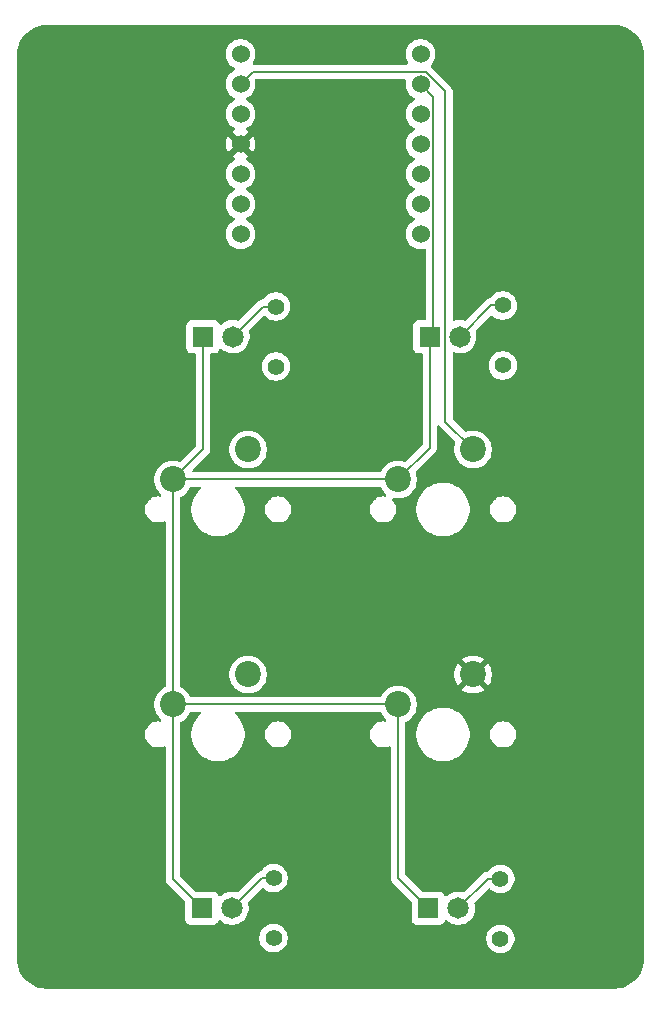
<source format=gbr>
%TF.GenerationSoftware,KiCad,Pcbnew,9.0.2*%
%TF.CreationDate,2025-08-01T17:29:49-07:00*%
%TF.ProjectId,jp21_pathfinder,6a703231-5f70-4617-9468-66696e646572,rev?*%
%TF.SameCoordinates,Original*%
%TF.FileFunction,Copper,L2,Bot*%
%TF.FilePolarity,Positive*%
%FSLAX46Y46*%
G04 Gerber Fmt 4.6, Leading zero omitted, Abs format (unit mm)*
G04 Created by KiCad (PCBNEW 9.0.2) date 2025-08-01 17:29:49*
%MOMM*%
%LPD*%
G01*
G04 APERTURE LIST*
%TA.AperFunction,ComponentPad*%
%ADD10C,2.200000*%
%TD*%
%TA.AperFunction,ComponentPad*%
%ADD11C,1.524000*%
%TD*%
%TA.AperFunction,ComponentPad*%
%ADD12C,1.815000*%
%TD*%
%TA.AperFunction,ComponentPad*%
%ADD13R,1.815000X1.815000*%
%TD*%
%TA.AperFunction,ComponentPad*%
%ADD14C,1.400000*%
%TD*%
%TA.AperFunction,ViaPad*%
%ADD15C,0.600000*%
%TD*%
%TA.AperFunction,Conductor*%
%ADD16C,0.200000*%
%TD*%
G04 APERTURE END LIST*
D10*
%TO.P,SW3,1,1*%
%TO.N,button3*%
X136000000Y-114830000D03*
%TO.P,SW3,2,2*%
%TO.N,GND*%
X129650000Y-117370000D03*
%TD*%
%TO.P,SW4,1,1*%
%TO.N,button4*%
X155050000Y-114830000D03*
%TO.P,SW4,2,2*%
%TO.N,GND*%
X148700000Y-117370000D03*
%TD*%
%TO.P,SW2,1,1*%
%TO.N,button2*%
X155050000Y-95780000D03*
%TO.P,SW2,2,2*%
%TO.N,GND*%
X148700000Y-98320000D03*
%TD*%
%TO.P,SW1,1,1*%
%TO.N,button1*%
X136000000Y-95780000D03*
%TO.P,SW1,2,2*%
%TO.N,GND*%
X129650000Y-98320000D03*
%TD*%
D11*
%TO.P,U1,14,VBUS*%
%TO.N,unconnected-(U1-VBUS-Pad14)*%
X150601250Y-62312500D03*
%TO.P,U1,13,GND*%
%TO.N,GND*%
X150601250Y-64852500D03*
%TO.P,U1,12,3V3*%
%TO.N,unconnected-(U1-3V3-Pad12)*%
X150601250Y-67392500D03*
%TO.P,U1,11,GPIO3/MOSI*%
%TO.N,LED4*%
X150601250Y-69932500D03*
%TO.P,U1,10,GPIO4/MISO*%
%TO.N,LED3*%
X150601250Y-72472500D03*
%TO.P,U1,9,GPIO2/SCK*%
%TO.N,LED2*%
X150601250Y-75012500D03*
%TO.P,U1,8,GPIO1/RX*%
%TO.N,LED1*%
X150601250Y-77552500D03*
%TO.P,U1,7,GPIO0/TX*%
%TO.N,unconnected-(U1-GPIO0{slash}TX-Pad7)*%
X135361250Y-77552500D03*
%TO.P,U1,6,GPIO7/SCL*%
%TO.N,unconnected-(U1-GPIO7{slash}SCL-Pad6)*%
X135361250Y-75012500D03*
%TO.P,U1,5,GPIO6/SDA*%
%TO.N,unconnected-(U1-GPIO6{slash}SDA-Pad5)*%
X135361250Y-72472500D03*
%TO.P,U1,4,GPIO29/ADC3/A3*%
%TO.N,button4*%
X135361250Y-69932500D03*
%TO.P,U1,3,GPIO28/ADC2/A2*%
%TO.N,button3*%
X135361250Y-67392500D03*
%TO.P,U1,2,GPIO27/ADC1/A1*%
%TO.N,button2*%
X135361250Y-64852500D03*
%TO.P,U1,1,GPIO26/ADC0/A0*%
%TO.N,button1*%
X135361250Y-62312500D03*
%TD*%
D12*
%TO.P,D1,A*%
%TO.N,Net-(D1-PadA)*%
X134731250Y-86222500D03*
D13*
%TO.P,D1,C*%
%TO.N,GND*%
X132191250Y-86222500D03*
%TD*%
D12*
%TO.P,D2,A*%
%TO.N,Net-(D2-PadA)*%
X153931250Y-86222500D03*
D13*
%TO.P,D2,C*%
%TO.N,GND*%
X151391250Y-86222500D03*
%TD*%
D14*
%TO.P,R4,1*%
%TO.N,Net-(D4-PadA)*%
X157361250Y-132122500D03*
%TO.P,R4,2*%
%TO.N,LED4*%
X157361250Y-137202500D03*
%TD*%
%TO.P,R3,1*%
%TO.N,Net-(D3-PadA)*%
X138161250Y-132082500D03*
%TO.P,R3,2*%
%TO.N,LED3*%
X138161250Y-137162500D03*
%TD*%
%TO.P,R2,1*%
%TO.N,Net-(D2-PadA)*%
X157561250Y-83582500D03*
%TO.P,R2,2*%
%TO.N,LED2*%
X157561250Y-88662500D03*
%TD*%
%TO.P,R1,1*%
%TO.N,Net-(D1-PadA)*%
X138361250Y-83682500D03*
%TO.P,R1,2*%
%TO.N,LED1*%
X138361250Y-88762500D03*
%TD*%
D13*
%TO.P,D4,C*%
%TO.N,GND*%
X151261250Y-134622500D03*
D12*
%TO.P,D4,A*%
%TO.N,Net-(D4-PadA)*%
X153801250Y-134622500D03*
%TD*%
D13*
%TO.P,D3,C*%
%TO.N,GND*%
X132091250Y-134622500D03*
D12*
%TO.P,D3,A*%
%TO.N,Net-(D3-PadA)*%
X134631250Y-134622500D03*
%TD*%
D15*
%TO.N,button4*%
X141611250Y-79262500D03*
X145711250Y-86252500D03*
%TD*%
D16*
%TO.N,button2*%
X135361250Y-64852500D02*
X136424250Y-63789500D01*
X136424250Y-63789500D02*
X151041560Y-63789500D01*
X151041560Y-63789500D02*
X152711250Y-65459190D01*
X152711250Y-65459190D02*
X152711250Y-93441250D01*
X152711250Y-93441250D02*
X155050000Y-95780000D01*
%TO.N,button4*%
X141611250Y-79262500D02*
X145711250Y-83362500D01*
X145711250Y-83362500D02*
X145711250Y-86252500D01*
%TO.N,Net-(D4-PadA)*%
X153801250Y-134622500D02*
X156301250Y-132122500D01*
X156301250Y-132122500D02*
X157361250Y-132122500D01*
%TO.N,Net-(D3-PadA)*%
X134631250Y-134622500D02*
X137171250Y-132082500D01*
X137171250Y-132082500D02*
X138161250Y-132082500D01*
%TO.N,GND*%
X129650000Y-117370000D02*
X129650000Y-132181250D01*
X129650000Y-132181250D02*
X132091250Y-134622500D01*
X148700000Y-117370000D02*
X148700000Y-132061250D01*
X148700000Y-132061250D02*
X151261250Y-134622500D01*
X129650000Y-117370000D02*
X148700000Y-117370000D01*
X129650000Y-98320000D02*
X129650000Y-117370000D01*
X132191250Y-86222500D02*
X132191250Y-95778750D01*
X132191250Y-95778750D02*
X129650000Y-98320000D01*
X129650000Y-98320000D02*
X148700000Y-98320000D01*
X151391250Y-86222500D02*
X151391250Y-95628750D01*
X151391250Y-95628750D02*
X148700000Y-98320000D01*
%TO.N,Net-(D1-PadA)*%
X138361250Y-83682500D02*
X137271250Y-83682500D01*
X137271250Y-83682500D02*
X134731250Y-86222500D01*
%TO.N,Net-(D2-PadA)*%
X157561250Y-83582500D02*
X156571250Y-83582500D01*
X156571250Y-83582500D02*
X153931250Y-86222500D01*
%TO.N,GND*%
X150601250Y-64852500D02*
X151664250Y-65915500D01*
X151664250Y-65915500D02*
X151664250Y-85949500D01*
X151664250Y-85949500D02*
X151391250Y-86222500D01*
%TD*%
%TA.AperFunction,Conductor*%
%TO.N,button4*%
G36*
X167034977Y-59853226D02*
G01*
X167325049Y-59870776D01*
X167339879Y-59872577D01*
X167622035Y-59924288D01*
X167636564Y-59927870D01*
X167864364Y-59998859D01*
X167910403Y-60013206D01*
X167924404Y-60018516D01*
X168185964Y-60136239D01*
X168199222Y-60143198D01*
X168444679Y-60291585D01*
X168457002Y-60300091D01*
X168682789Y-60476987D01*
X168693997Y-60486917D01*
X168896812Y-60689736D01*
X168906736Y-60700937D01*
X169083635Y-60926736D01*
X169092136Y-60939052D01*
X169232839Y-61171807D01*
X169240520Y-61184512D01*
X169247477Y-61197766D01*
X169263205Y-61232713D01*
X169365198Y-61459332D01*
X169370508Y-61473333D01*
X169455840Y-61747179D01*
X169459423Y-61761718D01*
X169511123Y-62043842D01*
X169512928Y-62058706D01*
X169530524Y-62349583D01*
X169530750Y-62357070D01*
X169530750Y-138928749D01*
X169530524Y-138936236D01*
X169512978Y-139226297D01*
X169511173Y-139241161D01*
X169459471Y-139523294D01*
X169455888Y-139537833D01*
X169370554Y-139811684D01*
X169365244Y-139825685D01*
X169247523Y-140087252D01*
X169240564Y-140100510D01*
X169092177Y-140345975D01*
X169083671Y-140358298D01*
X168906783Y-140584083D01*
X168896854Y-140595292D01*
X168694025Y-140798123D01*
X168682817Y-140808052D01*
X168457030Y-140984949D01*
X168444707Y-140993455D01*
X168199245Y-141141845D01*
X168185987Y-141148804D01*
X167924422Y-141266529D01*
X167910421Y-141271839D01*
X167636580Y-141357176D01*
X167622042Y-141360759D01*
X167339902Y-141412468D01*
X167325037Y-141414274D01*
X167035803Y-141431774D01*
X167028314Y-141432000D01*
X118935012Y-141432000D01*
X118927523Y-141431774D01*
X118876961Y-141428714D01*
X118637465Y-141414223D01*
X118622606Y-141412419D01*
X118496552Y-141389317D01*
X118340470Y-141360712D01*
X118325932Y-141357128D01*
X118052096Y-141271793D01*
X118038095Y-141266483D01*
X117776535Y-141148760D01*
X117763277Y-141141801D01*
X117517820Y-140993414D01*
X117505497Y-140984908D01*
X117279710Y-140808012D01*
X117268502Y-140798082D01*
X117065687Y-140595263D01*
X117055764Y-140584063D01*
X116878861Y-140358260D01*
X116870363Y-140345947D01*
X116721973Y-140100477D01*
X116715025Y-140087240D01*
X116597296Y-139825654D01*
X116591995Y-139811679D01*
X116506658Y-139537817D01*
X116503076Y-139523281D01*
X116489050Y-139446744D01*
X116451375Y-139241153D01*
X116449571Y-139226293D01*
X116435797Y-138998578D01*
X116431975Y-138935403D01*
X116431750Y-138927929D01*
X116431750Y-137068013D01*
X136960750Y-137068013D01*
X136960750Y-137256986D01*
X136990309Y-137443618D01*
X137048704Y-137623336D01*
X137134490Y-137791699D01*
X137245560Y-137944573D01*
X137379177Y-138078190D01*
X137532051Y-138189260D01*
X137610554Y-138229259D01*
X137700413Y-138275045D01*
X137700415Y-138275045D01*
X137700418Y-138275047D01*
X137796747Y-138306346D01*
X137880131Y-138333440D01*
X138066764Y-138363000D01*
X138066769Y-138363000D01*
X138255736Y-138363000D01*
X138442368Y-138333440D01*
X138498975Y-138315047D01*
X138622082Y-138275047D01*
X138790449Y-138189260D01*
X138943323Y-138078190D01*
X139076940Y-137944573D01*
X139188010Y-137791699D01*
X139273797Y-137623332D01*
X139332190Y-137443618D01*
X139361750Y-137256986D01*
X139361750Y-137108013D01*
X156160750Y-137108013D01*
X156160750Y-137296986D01*
X156190309Y-137483618D01*
X156248704Y-137663336D01*
X156314109Y-137791699D01*
X156334490Y-137831699D01*
X156445560Y-137984573D01*
X156579177Y-138118190D01*
X156732051Y-138229260D01*
X156811597Y-138269790D01*
X156900413Y-138315045D01*
X156900415Y-138315045D01*
X156900418Y-138315047D01*
X156996747Y-138346346D01*
X157080131Y-138373440D01*
X157266764Y-138403000D01*
X157266769Y-138403000D01*
X157455736Y-138403000D01*
X157642368Y-138373440D01*
X157822082Y-138315047D01*
X157990449Y-138229260D01*
X158143323Y-138118190D01*
X158276940Y-137984573D01*
X158388010Y-137831699D01*
X158473797Y-137663332D01*
X158532190Y-137483618D01*
X158538525Y-137443618D01*
X158561750Y-137296986D01*
X158561750Y-137108013D01*
X158532190Y-136921381D01*
X158473795Y-136741663D01*
X158388009Y-136573300D01*
X158358947Y-136533300D01*
X158276940Y-136420427D01*
X158143323Y-136286810D01*
X157990449Y-136175740D01*
X157822086Y-136089954D01*
X157642368Y-136031559D01*
X157455736Y-136002000D01*
X157455731Y-136002000D01*
X157266769Y-136002000D01*
X157266764Y-136002000D01*
X157080131Y-136031559D01*
X156900413Y-136089954D01*
X156732050Y-136175740D01*
X156644829Y-136239110D01*
X156579177Y-136286810D01*
X156579175Y-136286812D01*
X156579174Y-136286812D01*
X156445562Y-136420424D01*
X156445562Y-136420425D01*
X156445560Y-136420427D01*
X156397860Y-136486079D01*
X156334490Y-136573300D01*
X156248704Y-136741663D01*
X156190309Y-136921381D01*
X156160750Y-137108013D01*
X139361750Y-137108013D01*
X139361750Y-137068013D01*
X139332190Y-136881381D01*
X139273795Y-136701663D01*
X139188009Y-136533300D01*
X139076940Y-136380427D01*
X138943323Y-136246810D01*
X138790449Y-136135740D01*
X138622086Y-136049954D01*
X138442368Y-135991559D01*
X138255736Y-135962000D01*
X138255731Y-135962000D01*
X138066769Y-135962000D01*
X138066764Y-135962000D01*
X137880131Y-135991559D01*
X137700413Y-136049954D01*
X137532050Y-136135740D01*
X137476996Y-136175740D01*
X137379177Y-136246810D01*
X137379175Y-136246812D01*
X137379174Y-136246812D01*
X137245562Y-136380424D01*
X137245562Y-136380425D01*
X137245560Y-136380427D01*
X137216500Y-136420425D01*
X137134490Y-136533300D01*
X137048704Y-136701663D01*
X136990309Y-136881381D01*
X136960750Y-137068013D01*
X116431750Y-137068013D01*
X116431750Y-100773389D01*
X127279500Y-100773389D01*
X127279500Y-100946611D01*
X127306598Y-101117701D01*
X127360127Y-101282445D01*
X127438768Y-101436788D01*
X127540586Y-101576928D01*
X127663072Y-101699414D01*
X127803212Y-101801232D01*
X127957555Y-101879873D01*
X128122299Y-101933402D01*
X128293389Y-101960500D01*
X128293390Y-101960500D01*
X128466610Y-101960500D01*
X128466611Y-101960500D01*
X128637701Y-101933402D01*
X128802445Y-101879873D01*
X128869206Y-101845856D01*
X128937874Y-101832961D01*
X129002615Y-101859237D01*
X129042872Y-101916344D01*
X129049500Y-101956342D01*
X129049500Y-115803699D01*
X129029815Y-115870738D01*
X128981795Y-115914184D01*
X128811151Y-116001132D01*
X128607350Y-116149201D01*
X128607345Y-116149205D01*
X128429205Y-116327345D01*
X128429201Y-116327350D01*
X128281132Y-116531151D01*
X128166760Y-116755616D01*
X128088910Y-116995214D01*
X128049500Y-117244038D01*
X128049500Y-117495961D01*
X128088910Y-117744785D01*
X128166760Y-117984383D01*
X128231860Y-118112147D01*
X128272993Y-118192876D01*
X128281132Y-118208848D01*
X128429201Y-118412649D01*
X128429205Y-118412654D01*
X128429207Y-118412656D01*
X128607344Y-118590793D01*
X128607345Y-118590794D01*
X128607344Y-118590794D01*
X128613661Y-118595383D01*
X128656327Y-118650714D01*
X128662305Y-118720327D01*
X128629699Y-118782122D01*
X128568860Y-118816479D01*
X128521378Y-118818174D01*
X128466611Y-118809500D01*
X128293389Y-118809500D01*
X128253728Y-118815781D01*
X128122302Y-118836597D01*
X127957552Y-118890128D01*
X127803211Y-118968768D01*
X127723256Y-119026859D01*
X127663072Y-119070586D01*
X127663070Y-119070588D01*
X127663069Y-119070588D01*
X127540588Y-119193069D01*
X127540588Y-119193070D01*
X127540586Y-119193072D01*
X127496859Y-119253256D01*
X127438768Y-119333211D01*
X127360128Y-119487552D01*
X127306597Y-119652302D01*
X127289146Y-119762486D01*
X127279500Y-119823389D01*
X127279500Y-119996611D01*
X127306598Y-120167701D01*
X127360127Y-120332445D01*
X127438768Y-120486788D01*
X127540586Y-120626928D01*
X127663072Y-120749414D01*
X127803212Y-120851232D01*
X127957555Y-120929873D01*
X128122299Y-120983402D01*
X128293389Y-121010500D01*
X128293390Y-121010500D01*
X128466610Y-121010500D01*
X128466611Y-121010500D01*
X128637701Y-120983402D01*
X128802445Y-120929873D01*
X128869206Y-120895856D01*
X128937874Y-120882961D01*
X129002615Y-120909237D01*
X129042872Y-120966344D01*
X129049500Y-121006342D01*
X129049500Y-132094580D01*
X129049499Y-132094598D01*
X129049499Y-132260304D01*
X129049498Y-132260304D01*
X129090424Y-132413039D01*
X129090425Y-132413040D01*
X129112466Y-132451215D01*
X129112467Y-132451217D01*
X129169475Y-132549959D01*
X129169481Y-132549967D01*
X129288349Y-132668835D01*
X129288355Y-132668840D01*
X130646931Y-134027416D01*
X130680416Y-134088739D01*
X130683250Y-134115097D01*
X130683250Y-135577870D01*
X130683251Y-135577876D01*
X130689658Y-135637483D01*
X130739952Y-135772328D01*
X130739956Y-135772335D01*
X130826202Y-135887544D01*
X130826205Y-135887547D01*
X130941414Y-135973793D01*
X130941421Y-135973797D01*
X131076267Y-136024091D01*
X131076266Y-136024091D01*
X131083194Y-136024835D01*
X131135877Y-136030500D01*
X133046622Y-136030499D01*
X133106233Y-136024091D01*
X133241081Y-135973796D01*
X133356296Y-135887546D01*
X133442546Y-135772331D01*
X133469470Y-135700144D01*
X133511341Y-135644211D01*
X133576805Y-135619793D01*
X133645078Y-135634644D01*
X133673333Y-135655796D01*
X133713999Y-135696462D01*
X133893297Y-135826730D01*
X133986594Y-135874267D01*
X134090761Y-135927343D01*
X134090763Y-135927343D01*
X134090766Y-135927345D01*
X134203746Y-135964054D01*
X134301542Y-135995831D01*
X134520433Y-136030500D01*
X134520438Y-136030500D01*
X134742067Y-136030500D01*
X134960957Y-135995831D01*
X135028773Y-135973796D01*
X135171734Y-135927345D01*
X135369203Y-135826730D01*
X135548501Y-135696462D01*
X135705212Y-135539751D01*
X135835480Y-135360453D01*
X135936095Y-135162984D01*
X136004581Y-134952207D01*
X136039250Y-134733317D01*
X136039250Y-134511682D01*
X136004581Y-134292796D01*
X136004581Y-134292793D01*
X135980389Y-134218341D01*
X135978395Y-134148501D01*
X136010638Y-134092345D01*
X137154306Y-132948677D01*
X137215627Y-132915194D01*
X137285319Y-132920178D01*
X137329666Y-132948679D01*
X137379177Y-132998190D01*
X137532051Y-133109260D01*
X137610554Y-133149259D01*
X137700413Y-133195045D01*
X137700415Y-133195045D01*
X137700418Y-133195047D01*
X137780013Y-133220909D01*
X137880131Y-133253440D01*
X138066764Y-133283000D01*
X138066769Y-133283000D01*
X138255736Y-133283000D01*
X138442368Y-133253440D01*
X138498975Y-133235047D01*
X138622082Y-133195047D01*
X138790449Y-133109260D01*
X138943323Y-132998190D01*
X139076940Y-132864573D01*
X139188010Y-132711699D01*
X139273797Y-132543332D01*
X139332190Y-132363618D01*
X139361750Y-132176986D01*
X139361750Y-131988013D01*
X139332190Y-131801381D01*
X139273795Y-131621663D01*
X139208220Y-131492965D01*
X139188010Y-131453301D01*
X139076940Y-131300427D01*
X138943323Y-131166810D01*
X138790449Y-131055740D01*
X138622086Y-130969954D01*
X138442368Y-130911559D01*
X138255736Y-130882000D01*
X138255731Y-130882000D01*
X138066769Y-130882000D01*
X138066764Y-130882000D01*
X137880131Y-130911559D01*
X137700413Y-130969954D01*
X137532050Y-131055740D01*
X137476996Y-131095740D01*
X137379177Y-131166810D01*
X137379175Y-131166812D01*
X137379174Y-131166812D01*
X137245561Y-131300425D01*
X137144633Y-131439340D01*
X137089302Y-131482005D01*
X137076410Y-131486228D01*
X137051269Y-131492965D01*
X137014001Y-131502951D01*
X136939464Y-131522923D01*
X136939459Y-131522926D01*
X136802540Y-131601975D01*
X136802532Y-131601981D01*
X136690728Y-131713786D01*
X135161405Y-133243108D01*
X135100082Y-133276593D01*
X135035407Y-133273358D01*
X134960959Y-133249169D01*
X134960960Y-133249169D01*
X134742067Y-133214500D01*
X134742062Y-133214500D01*
X134520438Y-133214500D01*
X134520433Y-133214500D01*
X134301542Y-133249168D01*
X134090761Y-133317656D01*
X133893296Y-133418270D01*
X133791000Y-133492592D01*
X133713999Y-133548538D01*
X133713997Y-133548540D01*
X133713995Y-133548541D01*
X133673332Y-133589204D01*
X133612009Y-133622689D01*
X133542317Y-133617703D01*
X133486384Y-133575831D01*
X133469470Y-133544855D01*
X133442547Y-133472671D01*
X133442543Y-133472664D01*
X133356297Y-133357455D01*
X133356294Y-133357452D01*
X133241085Y-133271206D01*
X133241078Y-133271202D01*
X133106232Y-133220908D01*
X133106233Y-133220908D01*
X133046633Y-133214501D01*
X133046631Y-133214500D01*
X133046623Y-133214500D01*
X133046615Y-133214500D01*
X131583847Y-133214500D01*
X131516808Y-133194815D01*
X131496166Y-133178181D01*
X130286819Y-131968834D01*
X130253334Y-131907511D01*
X130250500Y-131881153D01*
X130250500Y-118936300D01*
X130270185Y-118869261D01*
X130318204Y-118825815D01*
X130488845Y-118738870D01*
X130692656Y-118590793D01*
X130870793Y-118412656D01*
X131018870Y-118208845D01*
X131105815Y-118038204D01*
X131153789Y-117987409D01*
X131216300Y-117970500D01*
X131925462Y-117970500D01*
X131992501Y-117990185D01*
X132038256Y-118042989D01*
X132048200Y-118112147D01*
X132019175Y-118175703D01*
X132000948Y-118192876D01*
X131972959Y-118214352D01*
X131972952Y-118214358D01*
X131764358Y-118422952D01*
X131764352Y-118422959D01*
X131584761Y-118657006D01*
X131437258Y-118912489D01*
X131437254Y-118912499D01*
X131324364Y-119185038D01*
X131324361Y-119185048D01*
X131248008Y-119470004D01*
X131248006Y-119470015D01*
X131209500Y-119762486D01*
X131209500Y-120057513D01*
X131241571Y-120301113D01*
X131248007Y-120349993D01*
X131322212Y-120626930D01*
X131324361Y-120634951D01*
X131324364Y-120634961D01*
X131437254Y-120907500D01*
X131437258Y-120907510D01*
X131584761Y-121162993D01*
X131764352Y-121397040D01*
X131764358Y-121397047D01*
X131972952Y-121605641D01*
X131972959Y-121605647D01*
X132207006Y-121785238D01*
X132462489Y-121932741D01*
X132462490Y-121932741D01*
X132462493Y-121932743D01*
X132735048Y-122045639D01*
X133020007Y-122121993D01*
X133312494Y-122160500D01*
X133312501Y-122160500D01*
X133607499Y-122160500D01*
X133607506Y-122160500D01*
X133899993Y-122121993D01*
X134184952Y-122045639D01*
X134457507Y-121932743D01*
X134712994Y-121785238D01*
X134947042Y-121605646D01*
X135155646Y-121397042D01*
X135335238Y-121162994D01*
X135482743Y-120907507D01*
X135595639Y-120634952D01*
X135671993Y-120349993D01*
X135710500Y-120057506D01*
X135710500Y-119823389D01*
X137439500Y-119823389D01*
X137439500Y-119996611D01*
X137466598Y-120167701D01*
X137520127Y-120332445D01*
X137598768Y-120486788D01*
X137700586Y-120626928D01*
X137823072Y-120749414D01*
X137963212Y-120851232D01*
X138117555Y-120929873D01*
X138282299Y-120983402D01*
X138453389Y-121010500D01*
X138453390Y-121010500D01*
X138626610Y-121010500D01*
X138626611Y-121010500D01*
X138797701Y-120983402D01*
X138962445Y-120929873D01*
X139116788Y-120851232D01*
X139256928Y-120749414D01*
X139379414Y-120626928D01*
X139481232Y-120486788D01*
X139559873Y-120332445D01*
X139613402Y-120167701D01*
X139640500Y-119996611D01*
X139640500Y-119823389D01*
X139613402Y-119652299D01*
X139559873Y-119487555D01*
X139481232Y-119333212D01*
X139379414Y-119193072D01*
X139256928Y-119070586D01*
X139116788Y-118968768D01*
X138962445Y-118890127D01*
X138797701Y-118836598D01*
X138797699Y-118836597D01*
X138797698Y-118836597D01*
X138666271Y-118815781D01*
X138626611Y-118809500D01*
X138453389Y-118809500D01*
X138413728Y-118815781D01*
X138282302Y-118836597D01*
X138117552Y-118890128D01*
X137963211Y-118968768D01*
X137883256Y-119026859D01*
X137823072Y-119070586D01*
X137823070Y-119070588D01*
X137823069Y-119070588D01*
X137700588Y-119193069D01*
X137700588Y-119193070D01*
X137700586Y-119193072D01*
X137656859Y-119253256D01*
X137598768Y-119333211D01*
X137520128Y-119487552D01*
X137466597Y-119652302D01*
X137449146Y-119762486D01*
X137439500Y-119823389D01*
X135710500Y-119823389D01*
X135710500Y-119762494D01*
X135671993Y-119470007D01*
X135595639Y-119185048D01*
X135482743Y-118912493D01*
X135427309Y-118816479D01*
X135335238Y-118657006D01*
X135155647Y-118422959D01*
X135155641Y-118422952D01*
X134947047Y-118214358D01*
X134947040Y-118214352D01*
X134919052Y-118192876D01*
X134877849Y-118136448D01*
X134873694Y-118066702D01*
X134907906Y-118005782D01*
X134969624Y-117973029D01*
X134994538Y-117970500D01*
X147133700Y-117970500D01*
X147200739Y-117990185D01*
X147244184Y-118038204D01*
X147322993Y-118192876D01*
X147331132Y-118208848D01*
X147479201Y-118412649D01*
X147479205Y-118412654D01*
X147479207Y-118412656D01*
X147657344Y-118590793D01*
X147657345Y-118590794D01*
X147657344Y-118590794D01*
X147663661Y-118595383D01*
X147706327Y-118650714D01*
X147712305Y-118720327D01*
X147679699Y-118782122D01*
X147618860Y-118816479D01*
X147571378Y-118818174D01*
X147516611Y-118809500D01*
X147343389Y-118809500D01*
X147303728Y-118815781D01*
X147172302Y-118836597D01*
X147007552Y-118890128D01*
X146853211Y-118968768D01*
X146773256Y-119026859D01*
X146713072Y-119070586D01*
X146713070Y-119070588D01*
X146713069Y-119070588D01*
X146590588Y-119193069D01*
X146590588Y-119193070D01*
X146590586Y-119193072D01*
X146546859Y-119253256D01*
X146488768Y-119333211D01*
X146410128Y-119487552D01*
X146356597Y-119652302D01*
X146339146Y-119762486D01*
X146329500Y-119823389D01*
X146329500Y-119996611D01*
X146356598Y-120167701D01*
X146410127Y-120332445D01*
X146488768Y-120486788D01*
X146590586Y-120626928D01*
X146713072Y-120749414D01*
X146853212Y-120851232D01*
X147007555Y-120929873D01*
X147172299Y-120983402D01*
X147343389Y-121010500D01*
X147343390Y-121010500D01*
X147516610Y-121010500D01*
X147516611Y-121010500D01*
X147687701Y-120983402D01*
X147852445Y-120929873D01*
X147919206Y-120895856D01*
X147987874Y-120882961D01*
X148052615Y-120909237D01*
X148092872Y-120966344D01*
X148099500Y-121006342D01*
X148099500Y-131974580D01*
X148099499Y-131974598D01*
X148099499Y-132140304D01*
X148099498Y-132140304D01*
X148099499Y-132140307D01*
X148140423Y-132293035D01*
X148140424Y-132293036D01*
X148152691Y-132314283D01*
X148152692Y-132314286D01*
X148219475Y-132429959D01*
X148219481Y-132429967D01*
X148338349Y-132548835D01*
X148338355Y-132548840D01*
X149816931Y-134027416D01*
X149850416Y-134088739D01*
X149853250Y-134115097D01*
X149853250Y-135577870D01*
X149853251Y-135577876D01*
X149859658Y-135637483D01*
X149909952Y-135772328D01*
X149909956Y-135772335D01*
X149996202Y-135887544D01*
X149996205Y-135887547D01*
X150111414Y-135973793D01*
X150111421Y-135973797D01*
X150246267Y-136024091D01*
X150246266Y-136024091D01*
X150253194Y-136024835D01*
X150305877Y-136030500D01*
X152216622Y-136030499D01*
X152276233Y-136024091D01*
X152411081Y-135973796D01*
X152526296Y-135887546D01*
X152612546Y-135772331D01*
X152639470Y-135700144D01*
X152681341Y-135644211D01*
X152746805Y-135619793D01*
X152815078Y-135634644D01*
X152843333Y-135655796D01*
X152883999Y-135696462D01*
X153063297Y-135826730D01*
X153156594Y-135874267D01*
X153260761Y-135927343D01*
X153260763Y-135927343D01*
X153260766Y-135927345D01*
X153373746Y-135964054D01*
X153471542Y-135995831D01*
X153690433Y-136030500D01*
X153690438Y-136030500D01*
X153912067Y-136030500D01*
X154130957Y-135995831D01*
X154198773Y-135973796D01*
X154341734Y-135927345D01*
X154539203Y-135826730D01*
X154718501Y-135696462D01*
X154875212Y-135539751D01*
X155005480Y-135360453D01*
X155106095Y-135162984D01*
X155174581Y-134952207D01*
X155209250Y-134733317D01*
X155209250Y-134511682D01*
X155174581Y-134292796D01*
X155174581Y-134292793D01*
X155150389Y-134218341D01*
X155148395Y-134148501D01*
X155180638Y-134092345D01*
X156319306Y-132953677D01*
X156380627Y-132920194D01*
X156450319Y-132925178D01*
X156494666Y-132953679D01*
X156579177Y-133038190D01*
X156732051Y-133149260D01*
X156788812Y-133178181D01*
X156900413Y-133235045D01*
X156900415Y-133235045D01*
X156900418Y-133235047D01*
X156996747Y-133266346D01*
X157080131Y-133293440D01*
X157266764Y-133323000D01*
X157266769Y-133323000D01*
X157455736Y-133323000D01*
X157642368Y-133293440D01*
X157822082Y-133235047D01*
X157990449Y-133149260D01*
X158143323Y-133038190D01*
X158276940Y-132904573D01*
X158388010Y-132751699D01*
X158473797Y-132583332D01*
X158532190Y-132403618D01*
X158546339Y-132314283D01*
X158561750Y-132216986D01*
X158561750Y-132028013D01*
X158532190Y-131841381D01*
X158490731Y-131713786D01*
X158473797Y-131661668D01*
X158473795Y-131661665D01*
X158473795Y-131661663D01*
X158423484Y-131562923D01*
X158388010Y-131493301D01*
X158276940Y-131340427D01*
X158143323Y-131206810D01*
X157990449Y-131095740D01*
X157822086Y-131009954D01*
X157642368Y-130951559D01*
X157455736Y-130922000D01*
X157455731Y-130922000D01*
X157266769Y-130922000D01*
X157266764Y-130922000D01*
X157080131Y-130951559D01*
X156900413Y-131009954D01*
X156732050Y-131095740D01*
X156644829Y-131159110D01*
X156579177Y-131206810D01*
X156579175Y-131206812D01*
X156579174Y-131206812D01*
X156445561Y-131340425D01*
X156350776Y-131470885D01*
X156295445Y-131513550D01*
X156250458Y-131521999D01*
X156222193Y-131521999D01*
X156142260Y-131543417D01*
X156069466Y-131562922D01*
X156039300Y-131580339D01*
X156039299Y-131580338D01*
X155932537Y-131641977D01*
X155932532Y-131641981D01*
X155820728Y-131753786D01*
X154331405Y-133243108D01*
X154270082Y-133276593D01*
X154205407Y-133273358D01*
X154130959Y-133249169D01*
X154130960Y-133249169D01*
X153912067Y-133214500D01*
X153912062Y-133214500D01*
X153690438Y-133214500D01*
X153690433Y-133214500D01*
X153471542Y-133249168D01*
X153260761Y-133317656D01*
X153063296Y-133418270D01*
X152961000Y-133492592D01*
X152883999Y-133548538D01*
X152883997Y-133548540D01*
X152883995Y-133548541D01*
X152843332Y-133589204D01*
X152782009Y-133622689D01*
X152712317Y-133617703D01*
X152656384Y-133575831D01*
X152639470Y-133544855D01*
X152612547Y-133472671D01*
X152612543Y-133472664D01*
X152526297Y-133357455D01*
X152526294Y-133357452D01*
X152411085Y-133271206D01*
X152411078Y-133271202D01*
X152276232Y-133220908D01*
X152276233Y-133220908D01*
X152216633Y-133214501D01*
X152216631Y-133214500D01*
X152216623Y-133214500D01*
X152216615Y-133214500D01*
X150753847Y-133214500D01*
X150686808Y-133194815D01*
X150666166Y-133178181D01*
X149336819Y-131848834D01*
X149303334Y-131787511D01*
X149300500Y-131761153D01*
X149300500Y-119762486D01*
X150259500Y-119762486D01*
X150259500Y-120057513D01*
X150291571Y-120301113D01*
X150298007Y-120349993D01*
X150372212Y-120626930D01*
X150374361Y-120634951D01*
X150374364Y-120634961D01*
X150487254Y-120907500D01*
X150487258Y-120907510D01*
X150634761Y-121162993D01*
X150814352Y-121397040D01*
X150814358Y-121397047D01*
X151022952Y-121605641D01*
X151022959Y-121605647D01*
X151257006Y-121785238D01*
X151512489Y-121932741D01*
X151512490Y-121932741D01*
X151512493Y-121932743D01*
X151785048Y-122045639D01*
X152070007Y-122121993D01*
X152362494Y-122160500D01*
X152362501Y-122160500D01*
X152657499Y-122160500D01*
X152657506Y-122160500D01*
X152949993Y-122121993D01*
X153234952Y-122045639D01*
X153507507Y-121932743D01*
X153762994Y-121785238D01*
X153997042Y-121605646D01*
X154205646Y-121397042D01*
X154385238Y-121162994D01*
X154532743Y-120907507D01*
X154645639Y-120634952D01*
X154721993Y-120349993D01*
X154760500Y-120057506D01*
X154760500Y-119823389D01*
X156489500Y-119823389D01*
X156489500Y-119996611D01*
X156516598Y-120167701D01*
X156570127Y-120332445D01*
X156648768Y-120486788D01*
X156750586Y-120626928D01*
X156873072Y-120749414D01*
X157013212Y-120851232D01*
X157167555Y-120929873D01*
X157332299Y-120983402D01*
X157503389Y-121010500D01*
X157503390Y-121010500D01*
X157676610Y-121010500D01*
X157676611Y-121010500D01*
X157847701Y-120983402D01*
X158012445Y-120929873D01*
X158166788Y-120851232D01*
X158306928Y-120749414D01*
X158429414Y-120626928D01*
X158531232Y-120486788D01*
X158609873Y-120332445D01*
X158663402Y-120167701D01*
X158690500Y-119996611D01*
X158690500Y-119823389D01*
X158663402Y-119652299D01*
X158609873Y-119487555D01*
X158531232Y-119333212D01*
X158429414Y-119193072D01*
X158306928Y-119070586D01*
X158166788Y-118968768D01*
X158012445Y-118890127D01*
X157847701Y-118836598D01*
X157847699Y-118836597D01*
X157847698Y-118836597D01*
X157716271Y-118815781D01*
X157676611Y-118809500D01*
X157503389Y-118809500D01*
X157463728Y-118815781D01*
X157332302Y-118836597D01*
X157167552Y-118890128D01*
X157013211Y-118968768D01*
X156933256Y-119026859D01*
X156873072Y-119070586D01*
X156873070Y-119070588D01*
X156873069Y-119070588D01*
X156750588Y-119193069D01*
X156750588Y-119193070D01*
X156750586Y-119193072D01*
X156706859Y-119253256D01*
X156648768Y-119333211D01*
X156570128Y-119487552D01*
X156516597Y-119652302D01*
X156499146Y-119762486D01*
X156489500Y-119823389D01*
X154760500Y-119823389D01*
X154760500Y-119762494D01*
X154721993Y-119470007D01*
X154645639Y-119185048D01*
X154532743Y-118912493D01*
X154477309Y-118816479D01*
X154385238Y-118657006D01*
X154205647Y-118422959D01*
X154205641Y-118422952D01*
X153997047Y-118214358D01*
X153997040Y-118214352D01*
X153762993Y-118034761D01*
X153507510Y-117887258D01*
X153507500Y-117887254D01*
X153234961Y-117774364D01*
X153234954Y-117774362D01*
X153234952Y-117774361D01*
X152949993Y-117698007D01*
X152901113Y-117691571D01*
X152657513Y-117659500D01*
X152657506Y-117659500D01*
X152362494Y-117659500D01*
X152362486Y-117659500D01*
X152084085Y-117696153D01*
X152070007Y-117698007D01*
X151895428Y-117744785D01*
X151785048Y-117774361D01*
X151785038Y-117774364D01*
X151512499Y-117887254D01*
X151512489Y-117887258D01*
X151257006Y-118034761D01*
X151022959Y-118214352D01*
X151022952Y-118214358D01*
X150814358Y-118422952D01*
X150814352Y-118422959D01*
X150634761Y-118657006D01*
X150487258Y-118912489D01*
X150487254Y-118912499D01*
X150374364Y-119185038D01*
X150374361Y-119185048D01*
X150298008Y-119470004D01*
X150298006Y-119470015D01*
X150259500Y-119762486D01*
X149300500Y-119762486D01*
X149300500Y-118936300D01*
X149320185Y-118869261D01*
X149368204Y-118825815D01*
X149538845Y-118738870D01*
X149742656Y-118590793D01*
X149920793Y-118412656D01*
X150068870Y-118208845D01*
X150183241Y-117984379D01*
X150261090Y-117744785D01*
X150300500Y-117495962D01*
X150300500Y-117244038D01*
X150261090Y-116995215D01*
X150183241Y-116755621D01*
X150183239Y-116755618D01*
X150183239Y-116755616D01*
X150141747Y-116674184D01*
X150068870Y-116531155D01*
X149967107Y-116391090D01*
X149920798Y-116327350D01*
X149920794Y-116327345D01*
X149742654Y-116149205D01*
X149742649Y-116149201D01*
X149538848Y-116001132D01*
X149538847Y-116001131D01*
X149538845Y-116001130D01*
X149468747Y-115965413D01*
X149314383Y-115886760D01*
X149074785Y-115808910D01*
X149041884Y-115803699D01*
X148825962Y-115769500D01*
X148574038Y-115769500D01*
X148449626Y-115789205D01*
X148325214Y-115808910D01*
X148085616Y-115886760D01*
X147861151Y-116001132D01*
X147657350Y-116149201D01*
X147657345Y-116149205D01*
X147479205Y-116327345D01*
X147479201Y-116327350D01*
X147331132Y-116531151D01*
X147244185Y-116701795D01*
X147196211Y-116752591D01*
X147133700Y-116769500D01*
X131216300Y-116769500D01*
X131149261Y-116749815D01*
X131105815Y-116701795D01*
X131018870Y-116531155D01*
X130917107Y-116391090D01*
X130870798Y-116327350D01*
X130870794Y-116327345D01*
X130692654Y-116149205D01*
X130692649Y-116149201D01*
X130488848Y-116001132D01*
X130488847Y-116001131D01*
X130488845Y-116001130D01*
X130419186Y-115965637D01*
X130318205Y-115914184D01*
X130267409Y-115866209D01*
X130250500Y-115803699D01*
X130250500Y-114704038D01*
X134399500Y-114704038D01*
X134399500Y-114955961D01*
X134438910Y-115204785D01*
X134516760Y-115444383D01*
X134585861Y-115580000D01*
X134630995Y-115668581D01*
X134631132Y-115668848D01*
X134779201Y-115872649D01*
X134779205Y-115872654D01*
X134957345Y-116050794D01*
X134957350Y-116050798D01*
X135135117Y-116179952D01*
X135161155Y-116198870D01*
X135304184Y-116271747D01*
X135385616Y-116313239D01*
X135385618Y-116313239D01*
X135385621Y-116313241D01*
X135625215Y-116391090D01*
X135874038Y-116430500D01*
X135874039Y-116430500D01*
X136125961Y-116430500D01*
X136125962Y-116430500D01*
X136374785Y-116391090D01*
X136614379Y-116313241D01*
X136838845Y-116198870D01*
X137042656Y-116050793D01*
X137220793Y-115872656D01*
X137368870Y-115668845D01*
X137483241Y-115444379D01*
X137561090Y-115204785D01*
X137600500Y-114955962D01*
X137600500Y-114704071D01*
X153450000Y-114704071D01*
X153450000Y-114955928D01*
X153489397Y-115204669D01*
X153567219Y-115444184D01*
X153681557Y-115668583D01*
X153755748Y-115770697D01*
X153755748Y-115770698D01*
X154372421Y-115154024D01*
X154385359Y-115185258D01*
X154467437Y-115308097D01*
X154571903Y-115412563D01*
X154694742Y-115494641D01*
X154725974Y-115507577D01*
X154109300Y-116124250D01*
X154211416Y-116198442D01*
X154435815Y-116312780D01*
X154675330Y-116390602D01*
X154924072Y-116430000D01*
X155175928Y-116430000D01*
X155424669Y-116390602D01*
X155664184Y-116312780D01*
X155888575Y-116198446D01*
X155888581Y-116198442D01*
X155990697Y-116124250D01*
X155990698Y-116124250D01*
X155374025Y-115507578D01*
X155405258Y-115494641D01*
X155528097Y-115412563D01*
X155632563Y-115308097D01*
X155714641Y-115185258D01*
X155727577Y-115154025D01*
X156344250Y-115770698D01*
X156344250Y-115770697D01*
X156418442Y-115668581D01*
X156418446Y-115668575D01*
X156532780Y-115444184D01*
X156610602Y-115204669D01*
X156650000Y-114955928D01*
X156650000Y-114704071D01*
X156610602Y-114455330D01*
X156532780Y-114215815D01*
X156418442Y-113991416D01*
X156344250Y-113889301D01*
X156344250Y-113889300D01*
X155727577Y-114505973D01*
X155714641Y-114474742D01*
X155632563Y-114351903D01*
X155528097Y-114247437D01*
X155405258Y-114165359D01*
X155374024Y-114152421D01*
X155990698Y-113535748D01*
X155888583Y-113461557D01*
X155664184Y-113347219D01*
X155424669Y-113269397D01*
X155175928Y-113230000D01*
X154924072Y-113230000D01*
X154675330Y-113269397D01*
X154435815Y-113347219D01*
X154211413Y-113461559D01*
X154109301Y-113535747D01*
X154109300Y-113535748D01*
X154725974Y-114152421D01*
X154694742Y-114165359D01*
X154571903Y-114247437D01*
X154467437Y-114351903D01*
X154385359Y-114474742D01*
X154372421Y-114505974D01*
X153755748Y-113889300D01*
X153755747Y-113889301D01*
X153681559Y-113991413D01*
X153567219Y-114215815D01*
X153489397Y-114455330D01*
X153450000Y-114704071D01*
X137600500Y-114704071D01*
X137600500Y-114704038D01*
X137561090Y-114455215D01*
X137483241Y-114215621D01*
X137483239Y-114215618D01*
X137483239Y-114215616D01*
X137428824Y-114108822D01*
X137368870Y-113991155D01*
X137294868Y-113889300D01*
X137220798Y-113787350D01*
X137220794Y-113787345D01*
X137042654Y-113609205D01*
X137042649Y-113609201D01*
X136838848Y-113461132D01*
X136838847Y-113461131D01*
X136838845Y-113461130D01*
X136768747Y-113425413D01*
X136614383Y-113346760D01*
X136374785Y-113268910D01*
X136125962Y-113229500D01*
X135874038Y-113229500D01*
X135749626Y-113249205D01*
X135625214Y-113268910D01*
X135385616Y-113346760D01*
X135161151Y-113461132D01*
X134957350Y-113609201D01*
X134957345Y-113609205D01*
X134779205Y-113787345D01*
X134779201Y-113787350D01*
X134631132Y-113991151D01*
X134516760Y-114215616D01*
X134438910Y-114455214D01*
X134399500Y-114704038D01*
X130250500Y-114704038D01*
X130250500Y-99886300D01*
X130270185Y-99819261D01*
X130318204Y-99775815D01*
X130488845Y-99688870D01*
X130692656Y-99540793D01*
X130870793Y-99362656D01*
X131018870Y-99158845D01*
X131105815Y-98988204D01*
X131153789Y-98937409D01*
X131216300Y-98920500D01*
X131925462Y-98920500D01*
X131992501Y-98940185D01*
X132038256Y-98992989D01*
X132048200Y-99062147D01*
X132019175Y-99125703D01*
X132000948Y-99142876D01*
X131972959Y-99164352D01*
X131972952Y-99164358D01*
X131764358Y-99372952D01*
X131764352Y-99372959D01*
X131584761Y-99607006D01*
X131437258Y-99862489D01*
X131437254Y-99862499D01*
X131324364Y-100135038D01*
X131324361Y-100135048D01*
X131248008Y-100420004D01*
X131248006Y-100420015D01*
X131209500Y-100712486D01*
X131209500Y-101007513D01*
X131241571Y-101251113D01*
X131248007Y-101299993D01*
X131322212Y-101576930D01*
X131324361Y-101584951D01*
X131324364Y-101584961D01*
X131437254Y-101857500D01*
X131437258Y-101857510D01*
X131584761Y-102112993D01*
X131764352Y-102347040D01*
X131764358Y-102347047D01*
X131972952Y-102555641D01*
X131972959Y-102555647D01*
X132207006Y-102735238D01*
X132462489Y-102882741D01*
X132462490Y-102882741D01*
X132462493Y-102882743D01*
X132735048Y-102995639D01*
X133020007Y-103071993D01*
X133312494Y-103110500D01*
X133312501Y-103110500D01*
X133607499Y-103110500D01*
X133607506Y-103110500D01*
X133899993Y-103071993D01*
X134184952Y-102995639D01*
X134457507Y-102882743D01*
X134712994Y-102735238D01*
X134947042Y-102555646D01*
X135155646Y-102347042D01*
X135335238Y-102112994D01*
X135482743Y-101857507D01*
X135595639Y-101584952D01*
X135671993Y-101299993D01*
X135710500Y-101007506D01*
X135710500Y-100773389D01*
X137439500Y-100773389D01*
X137439500Y-100946611D01*
X137466598Y-101117701D01*
X137520127Y-101282445D01*
X137598768Y-101436788D01*
X137700586Y-101576928D01*
X137823072Y-101699414D01*
X137963212Y-101801232D01*
X138117555Y-101879873D01*
X138282299Y-101933402D01*
X138453389Y-101960500D01*
X138453390Y-101960500D01*
X138626610Y-101960500D01*
X138626611Y-101960500D01*
X138797701Y-101933402D01*
X138962445Y-101879873D01*
X139116788Y-101801232D01*
X139256928Y-101699414D01*
X139379414Y-101576928D01*
X139481232Y-101436788D01*
X139559873Y-101282445D01*
X139613402Y-101117701D01*
X139640500Y-100946611D01*
X139640500Y-100773389D01*
X139613402Y-100602299D01*
X139559873Y-100437555D01*
X139481232Y-100283212D01*
X139379414Y-100143072D01*
X139256928Y-100020586D01*
X139116788Y-99918768D01*
X138962445Y-99840127D01*
X138797701Y-99786598D01*
X138797699Y-99786597D01*
X138797698Y-99786597D01*
X138666271Y-99765781D01*
X138626611Y-99759500D01*
X138453389Y-99759500D01*
X138413728Y-99765781D01*
X138282302Y-99786597D01*
X138117552Y-99840128D01*
X137963211Y-99918768D01*
X137906289Y-99960125D01*
X137823072Y-100020586D01*
X137823070Y-100020588D01*
X137823069Y-100020588D01*
X137700588Y-100143069D01*
X137700588Y-100143070D01*
X137700586Y-100143072D01*
X137656859Y-100203256D01*
X137598768Y-100283211D01*
X137520128Y-100437552D01*
X137466597Y-100602302D01*
X137439500Y-100773389D01*
X135710500Y-100773389D01*
X135710500Y-100712494D01*
X135671993Y-100420007D01*
X135595639Y-100135048D01*
X135482743Y-99862493D01*
X135427309Y-99766479D01*
X135335238Y-99607006D01*
X135155647Y-99372959D01*
X135155641Y-99372952D01*
X134947047Y-99164358D01*
X134947040Y-99164352D01*
X134919052Y-99142876D01*
X134877849Y-99086448D01*
X134873694Y-99016702D01*
X134907906Y-98955782D01*
X134969624Y-98923029D01*
X134994538Y-98920500D01*
X147133700Y-98920500D01*
X147200739Y-98940185D01*
X147244184Y-98988204D01*
X147322993Y-99142876D01*
X147331132Y-99158848D01*
X147479201Y-99362649D01*
X147479205Y-99362654D01*
X147479207Y-99362656D01*
X147657344Y-99540793D01*
X147657345Y-99540794D01*
X147657344Y-99540794D01*
X147663661Y-99545383D01*
X147706327Y-99600714D01*
X147712305Y-99670327D01*
X147679699Y-99732122D01*
X147618860Y-99766479D01*
X147571378Y-99768174D01*
X147516611Y-99759500D01*
X147343389Y-99759500D01*
X147303728Y-99765781D01*
X147172302Y-99786597D01*
X147007552Y-99840128D01*
X146853211Y-99918768D01*
X146796289Y-99960125D01*
X146713072Y-100020586D01*
X146713070Y-100020588D01*
X146713069Y-100020588D01*
X146590588Y-100143069D01*
X146590588Y-100143070D01*
X146590586Y-100143072D01*
X146546859Y-100203256D01*
X146488768Y-100283211D01*
X146410128Y-100437552D01*
X146356597Y-100602302D01*
X146329500Y-100773389D01*
X146329500Y-100946611D01*
X146356598Y-101117701D01*
X146410127Y-101282445D01*
X146488768Y-101436788D01*
X146590586Y-101576928D01*
X146713072Y-101699414D01*
X146853212Y-101801232D01*
X147007555Y-101879873D01*
X147172299Y-101933402D01*
X147343389Y-101960500D01*
X147343390Y-101960500D01*
X147516610Y-101960500D01*
X147516611Y-101960500D01*
X147687701Y-101933402D01*
X147852445Y-101879873D01*
X148006788Y-101801232D01*
X148146928Y-101699414D01*
X148269414Y-101576928D01*
X148371232Y-101436788D01*
X148449873Y-101282445D01*
X148503402Y-101117701D01*
X148530500Y-100946611D01*
X148530500Y-100773389D01*
X148520854Y-100712486D01*
X150259500Y-100712486D01*
X150259500Y-101007513D01*
X150291571Y-101251113D01*
X150298007Y-101299993D01*
X150372212Y-101576930D01*
X150374361Y-101584951D01*
X150374364Y-101584961D01*
X150487254Y-101857500D01*
X150487258Y-101857510D01*
X150634761Y-102112993D01*
X150814352Y-102347040D01*
X150814358Y-102347047D01*
X151022952Y-102555641D01*
X151022959Y-102555647D01*
X151257006Y-102735238D01*
X151512489Y-102882741D01*
X151512490Y-102882741D01*
X151512493Y-102882743D01*
X151785048Y-102995639D01*
X152070007Y-103071993D01*
X152362494Y-103110500D01*
X152362501Y-103110500D01*
X152657499Y-103110500D01*
X152657506Y-103110500D01*
X152949993Y-103071993D01*
X153234952Y-102995639D01*
X153507507Y-102882743D01*
X153762994Y-102735238D01*
X153997042Y-102555646D01*
X154205646Y-102347042D01*
X154385238Y-102112994D01*
X154532743Y-101857507D01*
X154645639Y-101584952D01*
X154721993Y-101299993D01*
X154760500Y-101007506D01*
X154760500Y-100773389D01*
X156489500Y-100773389D01*
X156489500Y-100946611D01*
X156516598Y-101117701D01*
X156570127Y-101282445D01*
X156648768Y-101436788D01*
X156750586Y-101576928D01*
X156873072Y-101699414D01*
X157013212Y-101801232D01*
X157167555Y-101879873D01*
X157332299Y-101933402D01*
X157503389Y-101960500D01*
X157503390Y-101960500D01*
X157676610Y-101960500D01*
X157676611Y-101960500D01*
X157847701Y-101933402D01*
X158012445Y-101879873D01*
X158166788Y-101801232D01*
X158306928Y-101699414D01*
X158429414Y-101576928D01*
X158531232Y-101436788D01*
X158609873Y-101282445D01*
X158663402Y-101117701D01*
X158690500Y-100946611D01*
X158690500Y-100773389D01*
X158663402Y-100602299D01*
X158609873Y-100437555D01*
X158531232Y-100283212D01*
X158429414Y-100143072D01*
X158306928Y-100020586D01*
X158166788Y-99918768D01*
X158012445Y-99840127D01*
X157847701Y-99786598D01*
X157847699Y-99786597D01*
X157847698Y-99786597D01*
X157716271Y-99765781D01*
X157676611Y-99759500D01*
X157503389Y-99759500D01*
X157463728Y-99765781D01*
X157332302Y-99786597D01*
X157167552Y-99840128D01*
X157013211Y-99918768D01*
X156956289Y-99960125D01*
X156873072Y-100020586D01*
X156873070Y-100020588D01*
X156873069Y-100020588D01*
X156750588Y-100143069D01*
X156750588Y-100143070D01*
X156750586Y-100143072D01*
X156706859Y-100203256D01*
X156648768Y-100283211D01*
X156570128Y-100437552D01*
X156516597Y-100602302D01*
X156489500Y-100773389D01*
X154760500Y-100773389D01*
X154760500Y-100712494D01*
X154721993Y-100420007D01*
X154645639Y-100135048D01*
X154532743Y-99862493D01*
X154477309Y-99766479D01*
X154385238Y-99607006D01*
X154205647Y-99372959D01*
X154205641Y-99372952D01*
X153997047Y-99164358D01*
X153997040Y-99164352D01*
X153762993Y-98984761D01*
X153507510Y-98837258D01*
X153507500Y-98837254D01*
X153234961Y-98724364D01*
X153234954Y-98724362D01*
X153234952Y-98724361D01*
X152949993Y-98648007D01*
X152901113Y-98641571D01*
X152657513Y-98609500D01*
X152657506Y-98609500D01*
X152362494Y-98609500D01*
X152362486Y-98609500D01*
X152084085Y-98646153D01*
X152070007Y-98648007D01*
X151895428Y-98694785D01*
X151785048Y-98724361D01*
X151785038Y-98724364D01*
X151512499Y-98837254D01*
X151512489Y-98837258D01*
X151257006Y-98984761D01*
X151022959Y-99164352D01*
X151022952Y-99164358D01*
X150814358Y-99372952D01*
X150814352Y-99372959D01*
X150634761Y-99607006D01*
X150487258Y-99862489D01*
X150487254Y-99862499D01*
X150374364Y-100135038D01*
X150374361Y-100135048D01*
X150298008Y-100420004D01*
X150298006Y-100420015D01*
X150259500Y-100712486D01*
X148520854Y-100712486D01*
X148503402Y-100602299D01*
X148449873Y-100437555D01*
X148371232Y-100283212D01*
X148269414Y-100143072D01*
X148217482Y-100091140D01*
X148183997Y-100029817D01*
X148188981Y-99960125D01*
X148230853Y-99904192D01*
X148296317Y-99879775D01*
X148324561Y-99880986D01*
X148325212Y-99881089D01*
X148325215Y-99881090D01*
X148574038Y-99920500D01*
X148574039Y-99920500D01*
X148825961Y-99920500D01*
X148825962Y-99920500D01*
X149074785Y-99881090D01*
X149314379Y-99803241D01*
X149538845Y-99688870D01*
X149742656Y-99540793D01*
X149920793Y-99362656D01*
X150068870Y-99158845D01*
X150183241Y-98934379D01*
X150261090Y-98694785D01*
X150300500Y-98445962D01*
X150300500Y-98194038D01*
X150261090Y-97945215D01*
X150261089Y-97945211D01*
X150261089Y-97945210D01*
X150201909Y-97763073D01*
X150199914Y-97693232D01*
X150232157Y-97637076D01*
X151749756Y-96119478D01*
X151749761Y-96119474D01*
X151759964Y-96109270D01*
X151759966Y-96109270D01*
X151871770Y-95997466D01*
X151924599Y-95905962D01*
X151950827Y-95860535D01*
X151991750Y-95707808D01*
X151991750Y-95549693D01*
X151991750Y-93858814D01*
X152011435Y-93791775D01*
X152064239Y-93746020D01*
X152133397Y-93736076D01*
X152196953Y-93765101D01*
X152206693Y-93774521D01*
X152216168Y-93784743D01*
X152230730Y-93809966D01*
X152342534Y-93921770D01*
X152342536Y-93921771D01*
X152351270Y-93930505D01*
X153517841Y-95097076D01*
X153551326Y-95158399D01*
X153548091Y-95223076D01*
X153492005Y-95395691D01*
X153488910Y-95405215D01*
X153449500Y-95654038D01*
X153449500Y-95905962D01*
X153466264Y-96011805D01*
X153488910Y-96154785D01*
X153566760Y-96394383D01*
X153681132Y-96618848D01*
X153829201Y-96822649D01*
X153829205Y-96822654D01*
X154007345Y-97000794D01*
X154007350Y-97000798D01*
X154185117Y-97129952D01*
X154211155Y-97148870D01*
X154354184Y-97221747D01*
X154435616Y-97263239D01*
X154435618Y-97263239D01*
X154435621Y-97263241D01*
X154675215Y-97341090D01*
X154924038Y-97380500D01*
X154924039Y-97380500D01*
X155175961Y-97380500D01*
X155175962Y-97380500D01*
X155424785Y-97341090D01*
X155664379Y-97263241D01*
X155888845Y-97148870D01*
X156092656Y-97000793D01*
X156270793Y-96822656D01*
X156418870Y-96618845D01*
X156533241Y-96394379D01*
X156611090Y-96154785D01*
X156650500Y-95905962D01*
X156650500Y-95654038D01*
X156611090Y-95405215D01*
X156533241Y-95165621D01*
X156533239Y-95165618D01*
X156533239Y-95165616D01*
X156491747Y-95084184D01*
X156418870Y-94941155D01*
X156399952Y-94915117D01*
X156270798Y-94737350D01*
X156270794Y-94737345D01*
X156092654Y-94559205D01*
X156092649Y-94559201D01*
X155888848Y-94411132D01*
X155888847Y-94411131D01*
X155888845Y-94411130D01*
X155818747Y-94375413D01*
X155664383Y-94296760D01*
X155424785Y-94218910D01*
X155175962Y-94179500D01*
X154924038Y-94179500D01*
X154799626Y-94199205D01*
X154675214Y-94218910D01*
X154586175Y-94247841D01*
X154493074Y-94278091D01*
X154423234Y-94280086D01*
X154367076Y-94247841D01*
X153348069Y-93228834D01*
X153314584Y-93167511D01*
X153311750Y-93141153D01*
X153311750Y-88568013D01*
X156360750Y-88568013D01*
X156360750Y-88756986D01*
X156390309Y-88943618D01*
X156448704Y-89123336D01*
X156499655Y-89223332D01*
X156534490Y-89291699D01*
X156645560Y-89444573D01*
X156779177Y-89578190D01*
X156932051Y-89689260D01*
X157011597Y-89729790D01*
X157100413Y-89775045D01*
X157100415Y-89775045D01*
X157100418Y-89775047D01*
X157144158Y-89789259D01*
X157280131Y-89833440D01*
X157466764Y-89863000D01*
X157466769Y-89863000D01*
X157655736Y-89863000D01*
X157842368Y-89833440D01*
X158022082Y-89775047D01*
X158190449Y-89689260D01*
X158343323Y-89578190D01*
X158476940Y-89444573D01*
X158588010Y-89291699D01*
X158673797Y-89123332D01*
X158732190Y-88943618D01*
X158745912Y-88856981D01*
X158761750Y-88756986D01*
X158761750Y-88568013D01*
X158732190Y-88381381D01*
X158673795Y-88201663D01*
X158588009Y-88033300D01*
X158476940Y-87880427D01*
X158343323Y-87746810D01*
X158190449Y-87635740D01*
X158180161Y-87630498D01*
X158022086Y-87549954D01*
X157842368Y-87491559D01*
X157655736Y-87462000D01*
X157655731Y-87462000D01*
X157466769Y-87462000D01*
X157466764Y-87462000D01*
X157280131Y-87491559D01*
X157100413Y-87549954D01*
X156932050Y-87635740D01*
X156860865Y-87687460D01*
X156779177Y-87746810D01*
X156779175Y-87746812D01*
X156779174Y-87746812D01*
X156645562Y-87880424D01*
X156645562Y-87880425D01*
X156645560Y-87880427D01*
X156597860Y-87946079D01*
X156534490Y-88033300D01*
X156448704Y-88201663D01*
X156390309Y-88381381D01*
X156360750Y-88568013D01*
X153311750Y-88568013D01*
X153311750Y-87672342D01*
X153331435Y-87605303D01*
X153384239Y-87559548D01*
X153453397Y-87549604D01*
X153474058Y-87554408D01*
X153568901Y-87585225D01*
X153601542Y-87595831D01*
X153820433Y-87630500D01*
X153820438Y-87630500D01*
X154042067Y-87630500D01*
X154260957Y-87595831D01*
X154328773Y-87573796D01*
X154471734Y-87527345D01*
X154669203Y-87426730D01*
X154848501Y-87296462D01*
X155005212Y-87139751D01*
X155135480Y-86960453D01*
X155236095Y-86762984D01*
X155304581Y-86552207D01*
X155339250Y-86333317D01*
X155339250Y-86111682D01*
X155304581Y-85892796D01*
X155304581Y-85892793D01*
X155280389Y-85818341D01*
X155278395Y-85748501D01*
X155310638Y-85692345D01*
X156554306Y-84448678D01*
X156615627Y-84415195D01*
X156685319Y-84420179D01*
X156729665Y-84448679D01*
X156779173Y-84498186D01*
X156779177Y-84498190D01*
X156932051Y-84609260D01*
X157011597Y-84649790D01*
X157100413Y-84695045D01*
X157100415Y-84695045D01*
X157100418Y-84695047D01*
X157144158Y-84709259D01*
X157280131Y-84753440D01*
X157466764Y-84783000D01*
X157466769Y-84783000D01*
X157655736Y-84783000D01*
X157842368Y-84753440D01*
X158022082Y-84695047D01*
X158190449Y-84609260D01*
X158343323Y-84498190D01*
X158476940Y-84364573D01*
X158588010Y-84211699D01*
X158673797Y-84043332D01*
X158732190Y-83863618D01*
X158745912Y-83776981D01*
X158761750Y-83676986D01*
X158761750Y-83488013D01*
X158732190Y-83301381D01*
X158699890Y-83201975D01*
X158673797Y-83121668D01*
X158673795Y-83121665D01*
X158673795Y-83121663D01*
X158623484Y-83022923D01*
X158588010Y-82953301D01*
X158476940Y-82800427D01*
X158343323Y-82666810D01*
X158190449Y-82555740D01*
X158022086Y-82469954D01*
X157842368Y-82411559D01*
X157655736Y-82382000D01*
X157655731Y-82382000D01*
X157466769Y-82382000D01*
X157466764Y-82382000D01*
X157280131Y-82411559D01*
X157100413Y-82469954D01*
X156932050Y-82555740D01*
X156844829Y-82619110D01*
X156779177Y-82666810D01*
X156779175Y-82666812D01*
X156779174Y-82666812D01*
X156645562Y-82800424D01*
X156645555Y-82800433D01*
X156544632Y-82939339D01*
X156489302Y-82982005D01*
X156476410Y-82986227D01*
X156339466Y-83022922D01*
X156339465Y-83022922D01*
X156237140Y-83082000D01*
X156218149Y-83092965D01*
X156202531Y-83101982D01*
X154461405Y-84843108D01*
X154400082Y-84876593D01*
X154335407Y-84873358D01*
X154260959Y-84849169D01*
X154260960Y-84849169D01*
X154042067Y-84814500D01*
X154042062Y-84814500D01*
X153820438Y-84814500D01*
X153820433Y-84814500D01*
X153601542Y-84849168D01*
X153474069Y-84890588D01*
X153404227Y-84892583D01*
X153344394Y-84856503D01*
X153313566Y-84793802D01*
X153311750Y-84772657D01*
X153311750Y-65380135D01*
X153311750Y-65380133D01*
X153270827Y-65227406D01*
X153270827Y-65227405D01*
X153225061Y-65148136D01*
X153191770Y-65090474D01*
X153079966Y-64978670D01*
X153079965Y-64978669D01*
X153075635Y-64974339D01*
X153075624Y-64974329D01*
X151529149Y-63427854D01*
X151522080Y-63420785D01*
X151522080Y-63420784D01*
X151487925Y-63386629D01*
X151454440Y-63325306D01*
X151457778Y-63278645D01*
X151459425Y-63255615D01*
X151487922Y-63211272D01*
X151564231Y-63134964D01*
X151681037Y-62974194D01*
X151771255Y-62797132D01*
X151832663Y-62608136D01*
X151863750Y-62411861D01*
X151863750Y-62213139D01*
X151832663Y-62016864D01*
X151801959Y-61922366D01*
X151771256Y-61827870D01*
X151771255Y-61827867D01*
X151681036Y-61650805D01*
X151564231Y-61490036D01*
X151423714Y-61349519D01*
X151262944Y-61232713D01*
X151085882Y-61142494D01*
X151085879Y-61142493D01*
X150896887Y-61081087D01*
X150798748Y-61065543D01*
X150700611Y-61050000D01*
X150501889Y-61050000D01*
X150436464Y-61060362D01*
X150305612Y-61081087D01*
X150116620Y-61142493D01*
X150116617Y-61142494D01*
X149939555Y-61232713D01*
X149778783Y-61349521D01*
X149638271Y-61490033D01*
X149521463Y-61650805D01*
X149431244Y-61827867D01*
X149431243Y-61827870D01*
X149369837Y-62016862D01*
X149338750Y-62213139D01*
X149338750Y-62411860D01*
X149369837Y-62608137D01*
X149431243Y-62797129D01*
X149431244Y-62797132D01*
X149521465Y-62974198D01*
X149534482Y-62992114D01*
X149557963Y-63057920D01*
X149542138Y-63125974D01*
X149492033Y-63174669D01*
X149434165Y-63189000D01*
X136528335Y-63189000D01*
X136461296Y-63169315D01*
X136415541Y-63116511D01*
X136405597Y-63047353D01*
X136428018Y-62992114D01*
X136441034Y-62974198D01*
X136441033Y-62974198D01*
X136441037Y-62974194D01*
X136531255Y-62797132D01*
X136592663Y-62608136D01*
X136623750Y-62411861D01*
X136623750Y-62213139D01*
X136592663Y-62016864D01*
X136561959Y-61922366D01*
X136531256Y-61827870D01*
X136531255Y-61827867D01*
X136441036Y-61650805D01*
X136324231Y-61490036D01*
X136183714Y-61349519D01*
X136022944Y-61232713D01*
X135845882Y-61142494D01*
X135845879Y-61142493D01*
X135656887Y-61081087D01*
X135558748Y-61065543D01*
X135460611Y-61050000D01*
X135261889Y-61050000D01*
X135196464Y-61060362D01*
X135065612Y-61081087D01*
X134876620Y-61142493D01*
X134876617Y-61142494D01*
X134699555Y-61232713D01*
X134538783Y-61349521D01*
X134398271Y-61490033D01*
X134281463Y-61650805D01*
X134191244Y-61827867D01*
X134191243Y-61827870D01*
X134129837Y-62016862D01*
X134098750Y-62213139D01*
X134098750Y-62411860D01*
X134129837Y-62608137D01*
X134191243Y-62797129D01*
X134191244Y-62797132D01*
X134281463Y-62974194D01*
X134398269Y-63134964D01*
X134538786Y-63275481D01*
X134699556Y-63392287D01*
X134769360Y-63427854D01*
X134856030Y-63472015D01*
X134906826Y-63519990D01*
X134923621Y-63587811D01*
X134901083Y-63653946D01*
X134856030Y-63692985D01*
X134699555Y-63772713D01*
X134538783Y-63889521D01*
X134398271Y-64030033D01*
X134281463Y-64190805D01*
X134191244Y-64367867D01*
X134191243Y-64367870D01*
X134129837Y-64556862D01*
X134098750Y-64753139D01*
X134098750Y-64951860D01*
X134129837Y-65148136D01*
X134191243Y-65337129D01*
X134191244Y-65337132D01*
X134281463Y-65514194D01*
X134398269Y-65674964D01*
X134538786Y-65815481D01*
X134699556Y-65932287D01*
X134818082Y-65992679D01*
X134856030Y-66012015D01*
X134906826Y-66059990D01*
X134923621Y-66127811D01*
X134901083Y-66193946D01*
X134856030Y-66232985D01*
X134699555Y-66312713D01*
X134538783Y-66429521D01*
X134398271Y-66570033D01*
X134281463Y-66730805D01*
X134191244Y-66907867D01*
X134191243Y-66907870D01*
X134129837Y-67096862D01*
X134098750Y-67293139D01*
X134098750Y-67491860D01*
X134129837Y-67688137D01*
X134191243Y-67877129D01*
X134191244Y-67877132D01*
X134281463Y-68054194D01*
X134398269Y-68214964D01*
X134538786Y-68355481D01*
X134699556Y-68472287D01*
X134856582Y-68552296D01*
X134907377Y-68600269D01*
X134924172Y-68668090D01*
X134901635Y-68734225D01*
X134856582Y-68773264D01*
X134699816Y-68853141D01*
X134662533Y-68880229D01*
X134662532Y-68880230D01*
X135277156Y-69494852D01*
X135189679Y-69518292D01*
X135088320Y-69576811D01*
X135005561Y-69659570D01*
X134947042Y-69760929D01*
X134923602Y-69848405D01*
X134308980Y-69233782D01*
X134308979Y-69233783D01*
X134281893Y-69271064D01*
X134191707Y-69448062D01*
X134130325Y-69636976D01*
X134130325Y-69636979D01*
X134099250Y-69833178D01*
X134099250Y-70031821D01*
X134130325Y-70228020D01*
X134130325Y-70228023D01*
X134191707Y-70416937D01*
X134281891Y-70593932D01*
X134308980Y-70631215D01*
X134923602Y-70016593D01*
X134947042Y-70104071D01*
X135005561Y-70205430D01*
X135088320Y-70288189D01*
X135189679Y-70346708D01*
X135277155Y-70370147D01*
X134662533Y-70984768D01*
X134662533Y-70984769D01*
X134699817Y-71011858D01*
X134856581Y-71091734D01*
X134907377Y-71139709D01*
X134924172Y-71207530D01*
X134901634Y-71273665D01*
X134856581Y-71312704D01*
X134699555Y-71392713D01*
X134538783Y-71509521D01*
X134398271Y-71650033D01*
X134281463Y-71810805D01*
X134191244Y-71987867D01*
X134191243Y-71987870D01*
X134129837Y-72176862D01*
X134098750Y-72373139D01*
X134098750Y-72571860D01*
X134129837Y-72768137D01*
X134191243Y-72957129D01*
X134191244Y-72957132D01*
X134281463Y-73134194D01*
X134398269Y-73294964D01*
X134538786Y-73435481D01*
X134699556Y-73552287D01*
X134818082Y-73612679D01*
X134856030Y-73632015D01*
X134906826Y-73679990D01*
X134923621Y-73747811D01*
X134901083Y-73813946D01*
X134856030Y-73852985D01*
X134699555Y-73932713D01*
X134538783Y-74049521D01*
X134398271Y-74190033D01*
X134281463Y-74350805D01*
X134191244Y-74527867D01*
X134191243Y-74527870D01*
X134129837Y-74716862D01*
X134098750Y-74913139D01*
X134098750Y-75111860D01*
X134129837Y-75308137D01*
X134191243Y-75497129D01*
X134191244Y-75497132D01*
X134281463Y-75674194D01*
X134398269Y-75834964D01*
X134538786Y-75975481D01*
X134699556Y-76092287D01*
X134818082Y-76152679D01*
X134856030Y-76172015D01*
X134906826Y-76219990D01*
X134923621Y-76287811D01*
X134901083Y-76353946D01*
X134856030Y-76392985D01*
X134699555Y-76472713D01*
X134538783Y-76589521D01*
X134398271Y-76730033D01*
X134281463Y-76890805D01*
X134191244Y-77067867D01*
X134191243Y-77067870D01*
X134129837Y-77256862D01*
X134098750Y-77453139D01*
X134098750Y-77651860D01*
X134129837Y-77848137D01*
X134191243Y-78037129D01*
X134191244Y-78037132D01*
X134281463Y-78214194D01*
X134398269Y-78374964D01*
X134538786Y-78515481D01*
X134699556Y-78632287D01*
X134786399Y-78676535D01*
X134876617Y-78722505D01*
X134876620Y-78722506D01*
X134971116Y-78753209D01*
X135065614Y-78783913D01*
X135261889Y-78815000D01*
X135261890Y-78815000D01*
X135460610Y-78815000D01*
X135460611Y-78815000D01*
X135656886Y-78783913D01*
X135845882Y-78722505D01*
X136022944Y-78632287D01*
X136183714Y-78515481D01*
X136324231Y-78374964D01*
X136441037Y-78214194D01*
X136531255Y-78037132D01*
X136592663Y-77848136D01*
X136623750Y-77651861D01*
X136623750Y-77453139D01*
X136592663Y-77256864D01*
X136531255Y-77067868D01*
X136531255Y-77067867D01*
X136441036Y-76890805D01*
X136324231Y-76730036D01*
X136183714Y-76589519D01*
X136022944Y-76472713D01*
X135866468Y-76392984D01*
X135815673Y-76345010D01*
X135798878Y-76277189D01*
X135821415Y-76211054D01*
X135866468Y-76172015D01*
X136022944Y-76092287D01*
X136183714Y-75975481D01*
X136324231Y-75834964D01*
X136441037Y-75674194D01*
X136531255Y-75497132D01*
X136592663Y-75308136D01*
X136623750Y-75111861D01*
X136623750Y-74913139D01*
X136592663Y-74716864D01*
X136531255Y-74527868D01*
X136531255Y-74527867D01*
X136441036Y-74350805D01*
X136324231Y-74190036D01*
X136183714Y-74049519D01*
X136022944Y-73932713D01*
X135866468Y-73852984D01*
X135815673Y-73805010D01*
X135798878Y-73737189D01*
X135821415Y-73671054D01*
X135866468Y-73632015D01*
X136022944Y-73552287D01*
X136183714Y-73435481D01*
X136324231Y-73294964D01*
X136441037Y-73134194D01*
X136531255Y-72957132D01*
X136592663Y-72768136D01*
X136623750Y-72571861D01*
X136623750Y-72373139D01*
X136592663Y-72176864D01*
X136531255Y-71987868D01*
X136531255Y-71987867D01*
X136441036Y-71810805D01*
X136324231Y-71650036D01*
X136183714Y-71509519D01*
X136022944Y-71392713D01*
X135865917Y-71312703D01*
X135815122Y-71264729D01*
X135798327Y-71196908D01*
X135820864Y-71130773D01*
X135865919Y-71091734D01*
X136022672Y-71011864D01*
X136059966Y-70984768D01*
X135445345Y-70370147D01*
X135532821Y-70346708D01*
X135634180Y-70288189D01*
X135716939Y-70205430D01*
X135775458Y-70104071D01*
X135798897Y-70016594D01*
X136413518Y-70631215D01*
X136440612Y-70593925D01*
X136530792Y-70416937D01*
X136592174Y-70228023D01*
X136592174Y-70228020D01*
X136623250Y-70031821D01*
X136623250Y-69833178D01*
X136592174Y-69636979D01*
X136592174Y-69636976D01*
X136530792Y-69448062D01*
X136440608Y-69271067D01*
X136413518Y-69233783D01*
X135798897Y-69848404D01*
X135775458Y-69760929D01*
X135716939Y-69659570D01*
X135634180Y-69576811D01*
X135532821Y-69518292D01*
X135445344Y-69494852D01*
X136059966Y-68880231D01*
X136059965Y-68880230D01*
X136022682Y-68853141D01*
X135865918Y-68773265D01*
X135815122Y-68725290D01*
X135798327Y-68657469D01*
X135820865Y-68591334D01*
X135865917Y-68552296D01*
X136022944Y-68472287D01*
X136183714Y-68355481D01*
X136324231Y-68214964D01*
X136441037Y-68054194D01*
X136531255Y-67877132D01*
X136592663Y-67688136D01*
X136623750Y-67491861D01*
X136623750Y-67293139D01*
X136592663Y-67096864D01*
X136531255Y-66907868D01*
X136531255Y-66907867D01*
X136441036Y-66730805D01*
X136324231Y-66570036D01*
X136183714Y-66429519D01*
X136022944Y-66312713D01*
X135866468Y-66232984D01*
X135815673Y-66185010D01*
X135798878Y-66117189D01*
X135821415Y-66051054D01*
X135866468Y-66012015D01*
X136022944Y-65932287D01*
X136183714Y-65815481D01*
X136324231Y-65674964D01*
X136441037Y-65514194D01*
X136531255Y-65337132D01*
X136592663Y-65148136D01*
X136623750Y-64951861D01*
X136623750Y-64753139D01*
X136592663Y-64556864D01*
X136592660Y-64556855D01*
X136592121Y-64554609D01*
X136592165Y-64553721D01*
X136591901Y-64552052D01*
X136592251Y-64551996D01*
X136592639Y-64544229D01*
X136589009Y-64534495D01*
X136594352Y-64509933D01*
X136595607Y-64484826D01*
X136602048Y-64474563D01*
X136603863Y-64466222D01*
X136625016Y-64437969D01*
X136636671Y-64426315D01*
X136697995Y-64392833D01*
X136724348Y-64390000D01*
X149253383Y-64390000D01*
X149320422Y-64409685D01*
X149366177Y-64462489D01*
X149376121Y-64531647D01*
X149371313Y-64552321D01*
X149369836Y-64556863D01*
X149338750Y-64753139D01*
X149338750Y-64951860D01*
X149369837Y-65148136D01*
X149431243Y-65337129D01*
X149431244Y-65337132D01*
X149521463Y-65514194D01*
X149638269Y-65674964D01*
X149778786Y-65815481D01*
X149939556Y-65932287D01*
X150058082Y-65992679D01*
X150096030Y-66012015D01*
X150146826Y-66059990D01*
X150163621Y-66127811D01*
X150141083Y-66193946D01*
X150096030Y-66232985D01*
X149939555Y-66312713D01*
X149778783Y-66429521D01*
X149638271Y-66570033D01*
X149521463Y-66730805D01*
X149431244Y-66907867D01*
X149431243Y-66907870D01*
X149369837Y-67096862D01*
X149338750Y-67293139D01*
X149338750Y-67491860D01*
X149369837Y-67688137D01*
X149431243Y-67877129D01*
X149431244Y-67877132D01*
X149521463Y-68054194D01*
X149638269Y-68214964D01*
X149778786Y-68355481D01*
X149939556Y-68472287D01*
X150058082Y-68532679D01*
X150096030Y-68552015D01*
X150146826Y-68599990D01*
X150163621Y-68667811D01*
X150141083Y-68733946D01*
X150096030Y-68772985D01*
X149939555Y-68852713D01*
X149778783Y-68969521D01*
X149638271Y-69110033D01*
X149521463Y-69270805D01*
X149431244Y-69447867D01*
X149431243Y-69447870D01*
X149369837Y-69636862D01*
X149338750Y-69833139D01*
X149338750Y-70031860D01*
X149369837Y-70228137D01*
X149431243Y-70417129D01*
X149431244Y-70417132D01*
X149521326Y-70593925D01*
X149521463Y-70594194D01*
X149638269Y-70754964D01*
X149778786Y-70895481D01*
X149939556Y-71012287D01*
X150058082Y-71072679D01*
X150096030Y-71092015D01*
X150146826Y-71139990D01*
X150163621Y-71207811D01*
X150141083Y-71273946D01*
X150096030Y-71312985D01*
X149939555Y-71392713D01*
X149778783Y-71509521D01*
X149638271Y-71650033D01*
X149521463Y-71810805D01*
X149431244Y-71987867D01*
X149431243Y-71987870D01*
X149369837Y-72176862D01*
X149338750Y-72373139D01*
X149338750Y-72571860D01*
X149369837Y-72768137D01*
X149431243Y-72957129D01*
X149431244Y-72957132D01*
X149521463Y-73134194D01*
X149638269Y-73294964D01*
X149778786Y-73435481D01*
X149939556Y-73552287D01*
X150058082Y-73612679D01*
X150096030Y-73632015D01*
X150146826Y-73679990D01*
X150163621Y-73747811D01*
X150141083Y-73813946D01*
X150096030Y-73852985D01*
X149939555Y-73932713D01*
X149778783Y-74049521D01*
X149638271Y-74190033D01*
X149521463Y-74350805D01*
X149431244Y-74527867D01*
X149431243Y-74527870D01*
X149369837Y-74716862D01*
X149338750Y-74913139D01*
X149338750Y-75111860D01*
X149369837Y-75308137D01*
X149431243Y-75497129D01*
X149431244Y-75497132D01*
X149521463Y-75674194D01*
X149638269Y-75834964D01*
X149778786Y-75975481D01*
X149939556Y-76092287D01*
X150058082Y-76152679D01*
X150096030Y-76172015D01*
X150146826Y-76219990D01*
X150163621Y-76287811D01*
X150141083Y-76353946D01*
X150096030Y-76392985D01*
X149939555Y-76472713D01*
X149778783Y-76589521D01*
X149638271Y-76730033D01*
X149521463Y-76890805D01*
X149431244Y-77067867D01*
X149431243Y-77067870D01*
X149369837Y-77256862D01*
X149338750Y-77453139D01*
X149338750Y-77651860D01*
X149369837Y-77848137D01*
X149431243Y-78037129D01*
X149431244Y-78037132D01*
X149521463Y-78214194D01*
X149638269Y-78374964D01*
X149778786Y-78515481D01*
X149939556Y-78632287D01*
X150026399Y-78676535D01*
X150116617Y-78722505D01*
X150116620Y-78722506D01*
X150211116Y-78753209D01*
X150305614Y-78783913D01*
X150501889Y-78815000D01*
X150501890Y-78815000D01*
X150700610Y-78815000D01*
X150700611Y-78815000D01*
X150896886Y-78783913D01*
X150901429Y-78782437D01*
X150971270Y-78780440D01*
X151031104Y-78816519D01*
X151061933Y-78879219D01*
X151063750Y-78900367D01*
X151063750Y-84690500D01*
X151044065Y-84757539D01*
X150991261Y-84803294D01*
X150939750Y-84814500D01*
X150435879Y-84814500D01*
X150435873Y-84814501D01*
X150376266Y-84820908D01*
X150241421Y-84871202D01*
X150241414Y-84871206D01*
X150126205Y-84957452D01*
X150126202Y-84957455D01*
X150039956Y-85072664D01*
X150039952Y-85072671D01*
X149989658Y-85207517D01*
X149983251Y-85267116D01*
X149983250Y-85267135D01*
X149983250Y-87177870D01*
X149983251Y-87177876D01*
X149989658Y-87237483D01*
X150039952Y-87372328D01*
X150039956Y-87372335D01*
X150126202Y-87487544D01*
X150126205Y-87487547D01*
X150241414Y-87573793D01*
X150241421Y-87573797D01*
X150286368Y-87590561D01*
X150376267Y-87624091D01*
X150435877Y-87630500D01*
X150666750Y-87630499D01*
X150733789Y-87650183D01*
X150779544Y-87702987D01*
X150790750Y-87754499D01*
X150790750Y-95328652D01*
X150771065Y-95395691D01*
X150754431Y-95416333D01*
X149382923Y-96787840D01*
X149321600Y-96821325D01*
X149256924Y-96818090D01*
X149074787Y-96758910D01*
X148908903Y-96732636D01*
X148825962Y-96719500D01*
X148574038Y-96719500D01*
X148449626Y-96739205D01*
X148325214Y-96758910D01*
X148085616Y-96836760D01*
X147861151Y-96951132D01*
X147657350Y-97099201D01*
X147657345Y-97099205D01*
X147479205Y-97277345D01*
X147479201Y-97277350D01*
X147331132Y-97481151D01*
X147331130Y-97481155D01*
X147246623Y-97647011D01*
X147244185Y-97651795D01*
X147196211Y-97702591D01*
X147133700Y-97719500D01*
X131399096Y-97719500D01*
X131332057Y-97699815D01*
X131286302Y-97647011D01*
X131276358Y-97577853D01*
X131305383Y-97514297D01*
X131311415Y-97507819D01*
X131868104Y-96951130D01*
X132549756Y-96269478D01*
X132549761Y-96269474D01*
X132559964Y-96259270D01*
X132559966Y-96259270D01*
X132671770Y-96147466D01*
X132750096Y-96011800D01*
X132750101Y-96011795D01*
X132750100Y-96011795D01*
X132750483Y-96011129D01*
X132750827Y-96010535D01*
X132791750Y-95857808D01*
X132791750Y-95699693D01*
X132791750Y-95654038D01*
X134399500Y-95654038D01*
X134399500Y-95905962D01*
X134416264Y-96011805D01*
X134438910Y-96154785D01*
X134516760Y-96394383D01*
X134631132Y-96618848D01*
X134779201Y-96822649D01*
X134779205Y-96822654D01*
X134957345Y-97000794D01*
X134957350Y-97000798D01*
X135135117Y-97129952D01*
X135161155Y-97148870D01*
X135304184Y-97221747D01*
X135385616Y-97263239D01*
X135385618Y-97263239D01*
X135385621Y-97263241D01*
X135625215Y-97341090D01*
X135874038Y-97380500D01*
X135874039Y-97380500D01*
X136125961Y-97380500D01*
X136125962Y-97380500D01*
X136374785Y-97341090D01*
X136614379Y-97263241D01*
X136838845Y-97148870D01*
X137042656Y-97000793D01*
X137220793Y-96822656D01*
X137368870Y-96618845D01*
X137483241Y-96394379D01*
X137561090Y-96154785D01*
X137600500Y-95905962D01*
X137600500Y-95654038D01*
X137561090Y-95405215D01*
X137483241Y-95165621D01*
X137483239Y-95165618D01*
X137483239Y-95165616D01*
X137441747Y-95084184D01*
X137368870Y-94941155D01*
X137349952Y-94915117D01*
X137220798Y-94737350D01*
X137220794Y-94737345D01*
X137042654Y-94559205D01*
X137042649Y-94559201D01*
X136838848Y-94411132D01*
X136838847Y-94411131D01*
X136838845Y-94411130D01*
X136768747Y-94375413D01*
X136614383Y-94296760D01*
X136374785Y-94218910D01*
X136125962Y-94179500D01*
X135874038Y-94179500D01*
X135749626Y-94199205D01*
X135625214Y-94218910D01*
X135385616Y-94296760D01*
X135161151Y-94411132D01*
X134957350Y-94559201D01*
X134957345Y-94559205D01*
X134779205Y-94737345D01*
X134779201Y-94737350D01*
X134631132Y-94941151D01*
X134516760Y-95165616D01*
X134438910Y-95405214D01*
X134438910Y-95405215D01*
X134399500Y-95654038D01*
X132791750Y-95654038D01*
X132791750Y-88668013D01*
X137160750Y-88668013D01*
X137160750Y-88856986D01*
X137190309Y-89043618D01*
X137248704Y-89223336D01*
X137334490Y-89391699D01*
X137445560Y-89544573D01*
X137579177Y-89678190D01*
X137732051Y-89789260D01*
X137811597Y-89829790D01*
X137900413Y-89875045D01*
X137900415Y-89875045D01*
X137900418Y-89875047D01*
X137996747Y-89906346D01*
X138080131Y-89933440D01*
X138266764Y-89963000D01*
X138266769Y-89963000D01*
X138455736Y-89963000D01*
X138642368Y-89933440D01*
X138822082Y-89875047D01*
X138990449Y-89789260D01*
X139143323Y-89678190D01*
X139276940Y-89544573D01*
X139388010Y-89391699D01*
X139473797Y-89223332D01*
X139532190Y-89043618D01*
X139561750Y-88856986D01*
X139561750Y-88668013D01*
X139532190Y-88481381D01*
X139473795Y-88301663D01*
X139388009Y-88133300D01*
X139276940Y-87980427D01*
X139143323Y-87846810D01*
X138990449Y-87735740D01*
X138822086Y-87649954D01*
X138642368Y-87591559D01*
X138455736Y-87562000D01*
X138455731Y-87562000D01*
X138266769Y-87562000D01*
X138266764Y-87562000D01*
X138080131Y-87591559D01*
X137900413Y-87649954D01*
X137732050Y-87735740D01*
X137644829Y-87799110D01*
X137579177Y-87846810D01*
X137579175Y-87846812D01*
X137579174Y-87846812D01*
X137445562Y-87980424D01*
X137445562Y-87980425D01*
X137445560Y-87980427D01*
X137407145Y-88033300D01*
X137334490Y-88133300D01*
X137248704Y-88301663D01*
X137190309Y-88481381D01*
X137160750Y-88668013D01*
X132791750Y-88668013D01*
X132791750Y-87754499D01*
X132811435Y-87687460D01*
X132864239Y-87641705D01*
X132915750Y-87630499D01*
X133146621Y-87630499D01*
X133146622Y-87630499D01*
X133206233Y-87624091D01*
X133341081Y-87573796D01*
X133456296Y-87487546D01*
X133542546Y-87372331D01*
X133569470Y-87300144D01*
X133611341Y-87244211D01*
X133676805Y-87219793D01*
X133745078Y-87234644D01*
X133773333Y-87255796D01*
X133813999Y-87296462D01*
X133993297Y-87426730D01*
X134062519Y-87462000D01*
X134190761Y-87527343D01*
X134190763Y-87527343D01*
X134190766Y-87527345D01*
X134303746Y-87564054D01*
X134401542Y-87595831D01*
X134620433Y-87630500D01*
X134620438Y-87630500D01*
X134842067Y-87630500D01*
X135060957Y-87595831D01*
X135128773Y-87573796D01*
X135271734Y-87527345D01*
X135469203Y-87426730D01*
X135648501Y-87296462D01*
X135805212Y-87139751D01*
X135935480Y-86960453D01*
X136036095Y-86762984D01*
X136104581Y-86552207D01*
X136139250Y-86333317D01*
X136139250Y-86111682D01*
X136104581Y-85892796D01*
X136104581Y-85892793D01*
X136080389Y-85818341D01*
X136078395Y-85748501D01*
X136110638Y-85692345D01*
X137304306Y-84498677D01*
X137365627Y-84465194D01*
X137435319Y-84470178D01*
X137479666Y-84498679D01*
X137579177Y-84598190D01*
X137732051Y-84709260D01*
X137811597Y-84749790D01*
X137900413Y-84795045D01*
X137900415Y-84795045D01*
X137900418Y-84795047D01*
X137980013Y-84820909D01*
X138080131Y-84853440D01*
X138266764Y-84883000D01*
X138266769Y-84883000D01*
X138455736Y-84883000D01*
X138642368Y-84853440D01*
X138674166Y-84843108D01*
X138822082Y-84795047D01*
X138824526Y-84793802D01*
X138828264Y-84791896D01*
X138990449Y-84709260D01*
X139143323Y-84598190D01*
X139276940Y-84464573D01*
X139388010Y-84311699D01*
X139473797Y-84143332D01*
X139532190Y-83963618D01*
X139561750Y-83776986D01*
X139561750Y-83588013D01*
X139532190Y-83401381D01*
X139473795Y-83221663D01*
X139402633Y-83082000D01*
X139388010Y-83053301D01*
X139276940Y-82900427D01*
X139143323Y-82766810D01*
X138990449Y-82655740D01*
X138822086Y-82569954D01*
X138642368Y-82511559D01*
X138455736Y-82482000D01*
X138455731Y-82482000D01*
X138266769Y-82482000D01*
X138266764Y-82482000D01*
X138080131Y-82511559D01*
X137900413Y-82569954D01*
X137732050Y-82655740D01*
X137644829Y-82719110D01*
X137579177Y-82766810D01*
X137579175Y-82766812D01*
X137579174Y-82766812D01*
X137445562Y-82900424D01*
X137445562Y-82900425D01*
X137445560Y-82900427D01*
X137356562Y-83022922D01*
X137350776Y-83030886D01*
X137295446Y-83073551D01*
X137250458Y-83082000D01*
X137192190Y-83082000D01*
X137151269Y-83092964D01*
X137151269Y-83092965D01*
X137117625Y-83101980D01*
X137039464Y-83122923D01*
X137039459Y-83122926D01*
X136902540Y-83201975D01*
X136902532Y-83201981D01*
X136790728Y-83313786D01*
X135261405Y-84843108D01*
X135200082Y-84876593D01*
X135135407Y-84873358D01*
X135060959Y-84849169D01*
X135060960Y-84849169D01*
X134842067Y-84814500D01*
X134842062Y-84814500D01*
X134620438Y-84814500D01*
X134620433Y-84814500D01*
X134401542Y-84849168D01*
X134190761Y-84917656D01*
X133993296Y-85018270D01*
X133891000Y-85092592D01*
X133813999Y-85148538D01*
X133813997Y-85148540D01*
X133813995Y-85148541D01*
X133773332Y-85189204D01*
X133712009Y-85222689D01*
X133642317Y-85217703D01*
X133586384Y-85175831D01*
X133569470Y-85144855D01*
X133542547Y-85072671D01*
X133542543Y-85072664D01*
X133456297Y-84957455D01*
X133456294Y-84957452D01*
X133341085Y-84871206D01*
X133341078Y-84871202D01*
X133206232Y-84820908D01*
X133206233Y-84820908D01*
X133146633Y-84814501D01*
X133146631Y-84814500D01*
X133146623Y-84814500D01*
X133146614Y-84814500D01*
X131235879Y-84814500D01*
X131235873Y-84814501D01*
X131176266Y-84820908D01*
X131041421Y-84871202D01*
X131041414Y-84871206D01*
X130926205Y-84957452D01*
X130926202Y-84957455D01*
X130839956Y-85072664D01*
X130839952Y-85072671D01*
X130789658Y-85207517D01*
X130783251Y-85267116D01*
X130783250Y-85267135D01*
X130783250Y-87177870D01*
X130783251Y-87177876D01*
X130789658Y-87237483D01*
X130839952Y-87372328D01*
X130839956Y-87372335D01*
X130926202Y-87487544D01*
X130926205Y-87487547D01*
X131041414Y-87573793D01*
X131041421Y-87573797D01*
X131086368Y-87590561D01*
X131176267Y-87624091D01*
X131235877Y-87630500D01*
X131466750Y-87630499D01*
X131533789Y-87650183D01*
X131579544Y-87702987D01*
X131590750Y-87754499D01*
X131590750Y-95478652D01*
X131571065Y-95545691D01*
X131554431Y-95566333D01*
X130332923Y-96787840D01*
X130271600Y-96821325D01*
X130206924Y-96818090D01*
X130024787Y-96758910D01*
X129858903Y-96732636D01*
X129775962Y-96719500D01*
X129524038Y-96719500D01*
X129399626Y-96739205D01*
X129275214Y-96758910D01*
X129035616Y-96836760D01*
X128811151Y-96951132D01*
X128607350Y-97099201D01*
X128607345Y-97099205D01*
X128429205Y-97277345D01*
X128429201Y-97277350D01*
X128281132Y-97481151D01*
X128166760Y-97705616D01*
X128088910Y-97945214D01*
X128049500Y-98194038D01*
X128049500Y-98445961D01*
X128088910Y-98694785D01*
X128166760Y-98934383D01*
X128231860Y-99062147D01*
X128272993Y-99142876D01*
X128281132Y-99158848D01*
X128429201Y-99362649D01*
X128429205Y-99362654D01*
X128429207Y-99362656D01*
X128607344Y-99540793D01*
X128607345Y-99540794D01*
X128607344Y-99540794D01*
X128613661Y-99545383D01*
X128656327Y-99600714D01*
X128662305Y-99670327D01*
X128629699Y-99732122D01*
X128568860Y-99766479D01*
X128521378Y-99768174D01*
X128466611Y-99759500D01*
X128293389Y-99759500D01*
X128253728Y-99765781D01*
X128122302Y-99786597D01*
X127957552Y-99840128D01*
X127803211Y-99918768D01*
X127746289Y-99960125D01*
X127663072Y-100020586D01*
X127663070Y-100020588D01*
X127663069Y-100020588D01*
X127540588Y-100143069D01*
X127540588Y-100143070D01*
X127540586Y-100143072D01*
X127496859Y-100203256D01*
X127438768Y-100283211D01*
X127360128Y-100437552D01*
X127306597Y-100602302D01*
X127279500Y-100773389D01*
X116431750Y-100773389D01*
X116431750Y-62356250D01*
X116431976Y-62348763D01*
X116449521Y-62058702D01*
X116451326Y-62043838D01*
X116456269Y-62016864D01*
X116503030Y-61761695D01*
X116506607Y-61747178D01*
X116591951Y-61473297D01*
X116597248Y-61459332D01*
X116714978Y-61197742D01*
X116721935Y-61184489D01*
X116870328Y-60939014D01*
X116878820Y-60926711D01*
X117055723Y-60700907D01*
X117065637Y-60689715D01*
X117268474Y-60486875D01*
X117279682Y-60476947D01*
X117505417Y-60300091D01*
X117505475Y-60300045D01*
X117517786Y-60291547D01*
X117763258Y-60143151D01*
X117776508Y-60136196D01*
X118038084Y-60018467D01*
X118052071Y-60013162D01*
X118325931Y-59927819D01*
X118340457Y-59924240D01*
X118622597Y-59872531D01*
X118637448Y-59870726D01*
X118903518Y-59854628D01*
X118926698Y-59853226D01*
X118934186Y-59853000D01*
X167027488Y-59853000D01*
X167034977Y-59853226D01*
G37*
%TD.AperFunction*%
%TD*%
M02*

</source>
